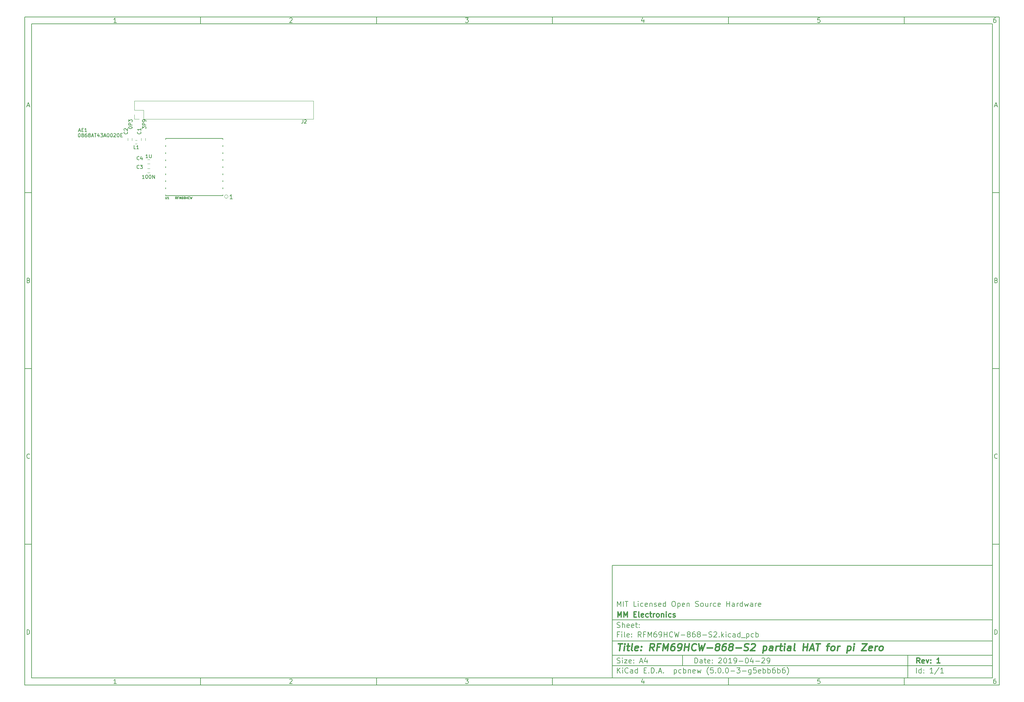
<source format=gbr>
%TF.GenerationSoftware,KiCad,Pcbnew,(5.0.0-3-g5ebb6b6)*%
%TF.CreationDate,2019-04-29T20:19:19+01:00*%
%TF.ProjectId,RFM69HCW-868-S2,52464D36394843572D3836382D53322E,1*%
%TF.SameCoordinates,Original*%
%TF.FileFunction,Legend,Top*%
%TF.FilePolarity,Positive*%
%FSLAX46Y46*%
G04 Gerber Fmt 4.6, Leading zero omitted, Abs format (unit mm)*
G04 Created by KiCad (PCBNEW (5.0.0-3-g5ebb6b6)) date Monday, 29 April 2019 at 20:19:19*
%MOMM*%
%LPD*%
G01*
G04 APERTURE LIST*
%ADD10C,0.100000*%
%ADD11C,0.150000*%
%ADD12C,0.300000*%
%ADD13C,0.400000*%
%ADD14C,0.203200*%
%ADD15C,0.120000*%
%ADD16C,0.127000*%
%ADD17C,0.152400*%
%ADD18R,3.202940X1.402080*%
%ADD19R,1.000000X1.800000*%
%ADD20O,1.700000X1.700000*%
%ADD21R,1.700000X1.700000*%
%ADD22C,6.200000*%
%ADD23R,0.750000X0.800000*%
%ADD24R,0.800000X0.750000*%
%ADD25R,0.400000X0.600000*%
G04 APERTURE END LIST*
D10*
D11*
X177002200Y-166007200D02*
X177002200Y-198007200D01*
X285002200Y-198007200D01*
X285002200Y-166007200D01*
X177002200Y-166007200D01*
D10*
D11*
X10000000Y-10000000D02*
X10000000Y-200007200D01*
X287002200Y-200007200D01*
X287002200Y-10000000D01*
X10000000Y-10000000D01*
D10*
D11*
X12000000Y-12000000D02*
X12000000Y-198007200D01*
X285002200Y-198007200D01*
X285002200Y-12000000D01*
X12000000Y-12000000D01*
D10*
D11*
X60000000Y-12000000D02*
X60000000Y-10000000D01*
D10*
D11*
X110000000Y-12000000D02*
X110000000Y-10000000D01*
D10*
D11*
X160000000Y-12000000D02*
X160000000Y-10000000D01*
D10*
D11*
X210000000Y-12000000D02*
X210000000Y-10000000D01*
D10*
D11*
X260000000Y-12000000D02*
X260000000Y-10000000D01*
D10*
D11*
X36065476Y-11588095D02*
X35322619Y-11588095D01*
X35694047Y-11588095D02*
X35694047Y-10288095D01*
X35570238Y-10473809D01*
X35446428Y-10597619D01*
X35322619Y-10659523D01*
D10*
D11*
X85322619Y-10411904D02*
X85384523Y-10350000D01*
X85508333Y-10288095D01*
X85817857Y-10288095D01*
X85941666Y-10350000D01*
X86003571Y-10411904D01*
X86065476Y-10535714D01*
X86065476Y-10659523D01*
X86003571Y-10845238D01*
X85260714Y-11588095D01*
X86065476Y-11588095D01*
D10*
D11*
X135260714Y-10288095D02*
X136065476Y-10288095D01*
X135632142Y-10783333D01*
X135817857Y-10783333D01*
X135941666Y-10845238D01*
X136003571Y-10907142D01*
X136065476Y-11030952D01*
X136065476Y-11340476D01*
X136003571Y-11464285D01*
X135941666Y-11526190D01*
X135817857Y-11588095D01*
X135446428Y-11588095D01*
X135322619Y-11526190D01*
X135260714Y-11464285D01*
D10*
D11*
X185941666Y-10721428D02*
X185941666Y-11588095D01*
X185632142Y-10226190D02*
X185322619Y-11154761D01*
X186127380Y-11154761D01*
D10*
D11*
X236003571Y-10288095D02*
X235384523Y-10288095D01*
X235322619Y-10907142D01*
X235384523Y-10845238D01*
X235508333Y-10783333D01*
X235817857Y-10783333D01*
X235941666Y-10845238D01*
X236003571Y-10907142D01*
X236065476Y-11030952D01*
X236065476Y-11340476D01*
X236003571Y-11464285D01*
X235941666Y-11526190D01*
X235817857Y-11588095D01*
X235508333Y-11588095D01*
X235384523Y-11526190D01*
X235322619Y-11464285D01*
D10*
D11*
X285941666Y-10288095D02*
X285694047Y-10288095D01*
X285570238Y-10350000D01*
X285508333Y-10411904D01*
X285384523Y-10597619D01*
X285322619Y-10845238D01*
X285322619Y-11340476D01*
X285384523Y-11464285D01*
X285446428Y-11526190D01*
X285570238Y-11588095D01*
X285817857Y-11588095D01*
X285941666Y-11526190D01*
X286003571Y-11464285D01*
X286065476Y-11340476D01*
X286065476Y-11030952D01*
X286003571Y-10907142D01*
X285941666Y-10845238D01*
X285817857Y-10783333D01*
X285570238Y-10783333D01*
X285446428Y-10845238D01*
X285384523Y-10907142D01*
X285322619Y-11030952D01*
D10*
D11*
X60000000Y-198007200D02*
X60000000Y-200007200D01*
D10*
D11*
X110000000Y-198007200D02*
X110000000Y-200007200D01*
D10*
D11*
X160000000Y-198007200D02*
X160000000Y-200007200D01*
D10*
D11*
X210000000Y-198007200D02*
X210000000Y-200007200D01*
D10*
D11*
X260000000Y-198007200D02*
X260000000Y-200007200D01*
D10*
D11*
X36065476Y-199595295D02*
X35322619Y-199595295D01*
X35694047Y-199595295D02*
X35694047Y-198295295D01*
X35570238Y-198481009D01*
X35446428Y-198604819D01*
X35322619Y-198666723D01*
D10*
D11*
X85322619Y-198419104D02*
X85384523Y-198357200D01*
X85508333Y-198295295D01*
X85817857Y-198295295D01*
X85941666Y-198357200D01*
X86003571Y-198419104D01*
X86065476Y-198542914D01*
X86065476Y-198666723D01*
X86003571Y-198852438D01*
X85260714Y-199595295D01*
X86065476Y-199595295D01*
D10*
D11*
X135260714Y-198295295D02*
X136065476Y-198295295D01*
X135632142Y-198790533D01*
X135817857Y-198790533D01*
X135941666Y-198852438D01*
X136003571Y-198914342D01*
X136065476Y-199038152D01*
X136065476Y-199347676D01*
X136003571Y-199471485D01*
X135941666Y-199533390D01*
X135817857Y-199595295D01*
X135446428Y-199595295D01*
X135322619Y-199533390D01*
X135260714Y-199471485D01*
D10*
D11*
X185941666Y-198728628D02*
X185941666Y-199595295D01*
X185632142Y-198233390D02*
X185322619Y-199161961D01*
X186127380Y-199161961D01*
D10*
D11*
X236003571Y-198295295D02*
X235384523Y-198295295D01*
X235322619Y-198914342D01*
X235384523Y-198852438D01*
X235508333Y-198790533D01*
X235817857Y-198790533D01*
X235941666Y-198852438D01*
X236003571Y-198914342D01*
X236065476Y-199038152D01*
X236065476Y-199347676D01*
X236003571Y-199471485D01*
X235941666Y-199533390D01*
X235817857Y-199595295D01*
X235508333Y-199595295D01*
X235384523Y-199533390D01*
X235322619Y-199471485D01*
D10*
D11*
X285941666Y-198295295D02*
X285694047Y-198295295D01*
X285570238Y-198357200D01*
X285508333Y-198419104D01*
X285384523Y-198604819D01*
X285322619Y-198852438D01*
X285322619Y-199347676D01*
X285384523Y-199471485D01*
X285446428Y-199533390D01*
X285570238Y-199595295D01*
X285817857Y-199595295D01*
X285941666Y-199533390D01*
X286003571Y-199471485D01*
X286065476Y-199347676D01*
X286065476Y-199038152D01*
X286003571Y-198914342D01*
X285941666Y-198852438D01*
X285817857Y-198790533D01*
X285570238Y-198790533D01*
X285446428Y-198852438D01*
X285384523Y-198914342D01*
X285322619Y-199038152D01*
D10*
D11*
X10000000Y-60000000D02*
X12000000Y-60000000D01*
D10*
D11*
X10000000Y-110000000D02*
X12000000Y-110000000D01*
D10*
D11*
X10000000Y-160000000D02*
X12000000Y-160000000D01*
D10*
D11*
X10690476Y-35216666D02*
X11309523Y-35216666D01*
X10566666Y-35588095D02*
X11000000Y-34288095D01*
X11433333Y-35588095D01*
D10*
D11*
X11092857Y-84907142D02*
X11278571Y-84969047D01*
X11340476Y-85030952D01*
X11402380Y-85154761D01*
X11402380Y-85340476D01*
X11340476Y-85464285D01*
X11278571Y-85526190D01*
X11154761Y-85588095D01*
X10659523Y-85588095D01*
X10659523Y-84288095D01*
X11092857Y-84288095D01*
X11216666Y-84350000D01*
X11278571Y-84411904D01*
X11340476Y-84535714D01*
X11340476Y-84659523D01*
X11278571Y-84783333D01*
X11216666Y-84845238D01*
X11092857Y-84907142D01*
X10659523Y-84907142D01*
D10*
D11*
X11402380Y-135464285D02*
X11340476Y-135526190D01*
X11154761Y-135588095D01*
X11030952Y-135588095D01*
X10845238Y-135526190D01*
X10721428Y-135402380D01*
X10659523Y-135278571D01*
X10597619Y-135030952D01*
X10597619Y-134845238D01*
X10659523Y-134597619D01*
X10721428Y-134473809D01*
X10845238Y-134350000D01*
X11030952Y-134288095D01*
X11154761Y-134288095D01*
X11340476Y-134350000D01*
X11402380Y-134411904D01*
D10*
D11*
X10659523Y-185588095D02*
X10659523Y-184288095D01*
X10969047Y-184288095D01*
X11154761Y-184350000D01*
X11278571Y-184473809D01*
X11340476Y-184597619D01*
X11402380Y-184845238D01*
X11402380Y-185030952D01*
X11340476Y-185278571D01*
X11278571Y-185402380D01*
X11154761Y-185526190D01*
X10969047Y-185588095D01*
X10659523Y-185588095D01*
D10*
D11*
X287002200Y-60000000D02*
X285002200Y-60000000D01*
D10*
D11*
X287002200Y-110000000D02*
X285002200Y-110000000D01*
D10*
D11*
X287002200Y-160000000D02*
X285002200Y-160000000D01*
D10*
D11*
X285692676Y-35216666D02*
X286311723Y-35216666D01*
X285568866Y-35588095D02*
X286002200Y-34288095D01*
X286435533Y-35588095D01*
D10*
D11*
X286095057Y-84907142D02*
X286280771Y-84969047D01*
X286342676Y-85030952D01*
X286404580Y-85154761D01*
X286404580Y-85340476D01*
X286342676Y-85464285D01*
X286280771Y-85526190D01*
X286156961Y-85588095D01*
X285661723Y-85588095D01*
X285661723Y-84288095D01*
X286095057Y-84288095D01*
X286218866Y-84350000D01*
X286280771Y-84411904D01*
X286342676Y-84535714D01*
X286342676Y-84659523D01*
X286280771Y-84783333D01*
X286218866Y-84845238D01*
X286095057Y-84907142D01*
X285661723Y-84907142D01*
D10*
D11*
X286404580Y-135464285D02*
X286342676Y-135526190D01*
X286156961Y-135588095D01*
X286033152Y-135588095D01*
X285847438Y-135526190D01*
X285723628Y-135402380D01*
X285661723Y-135278571D01*
X285599819Y-135030952D01*
X285599819Y-134845238D01*
X285661723Y-134597619D01*
X285723628Y-134473809D01*
X285847438Y-134350000D01*
X286033152Y-134288095D01*
X286156961Y-134288095D01*
X286342676Y-134350000D01*
X286404580Y-134411904D01*
D10*
D11*
X285661723Y-185588095D02*
X285661723Y-184288095D01*
X285971247Y-184288095D01*
X286156961Y-184350000D01*
X286280771Y-184473809D01*
X286342676Y-184597619D01*
X286404580Y-184845238D01*
X286404580Y-185030952D01*
X286342676Y-185278571D01*
X286280771Y-185402380D01*
X286156961Y-185526190D01*
X285971247Y-185588095D01*
X285661723Y-185588095D01*
D10*
D11*
X200434342Y-193785771D02*
X200434342Y-192285771D01*
X200791485Y-192285771D01*
X201005771Y-192357200D01*
X201148628Y-192500057D01*
X201220057Y-192642914D01*
X201291485Y-192928628D01*
X201291485Y-193142914D01*
X201220057Y-193428628D01*
X201148628Y-193571485D01*
X201005771Y-193714342D01*
X200791485Y-193785771D01*
X200434342Y-193785771D01*
X202577200Y-193785771D02*
X202577200Y-193000057D01*
X202505771Y-192857200D01*
X202362914Y-192785771D01*
X202077200Y-192785771D01*
X201934342Y-192857200D01*
X202577200Y-193714342D02*
X202434342Y-193785771D01*
X202077200Y-193785771D01*
X201934342Y-193714342D01*
X201862914Y-193571485D01*
X201862914Y-193428628D01*
X201934342Y-193285771D01*
X202077200Y-193214342D01*
X202434342Y-193214342D01*
X202577200Y-193142914D01*
X203077200Y-192785771D02*
X203648628Y-192785771D01*
X203291485Y-192285771D02*
X203291485Y-193571485D01*
X203362914Y-193714342D01*
X203505771Y-193785771D01*
X203648628Y-193785771D01*
X204720057Y-193714342D02*
X204577200Y-193785771D01*
X204291485Y-193785771D01*
X204148628Y-193714342D01*
X204077200Y-193571485D01*
X204077200Y-193000057D01*
X204148628Y-192857200D01*
X204291485Y-192785771D01*
X204577200Y-192785771D01*
X204720057Y-192857200D01*
X204791485Y-193000057D01*
X204791485Y-193142914D01*
X204077200Y-193285771D01*
X205434342Y-193642914D02*
X205505771Y-193714342D01*
X205434342Y-193785771D01*
X205362914Y-193714342D01*
X205434342Y-193642914D01*
X205434342Y-193785771D01*
X205434342Y-192857200D02*
X205505771Y-192928628D01*
X205434342Y-193000057D01*
X205362914Y-192928628D01*
X205434342Y-192857200D01*
X205434342Y-193000057D01*
X207220057Y-192428628D02*
X207291485Y-192357200D01*
X207434342Y-192285771D01*
X207791485Y-192285771D01*
X207934342Y-192357200D01*
X208005771Y-192428628D01*
X208077200Y-192571485D01*
X208077200Y-192714342D01*
X208005771Y-192928628D01*
X207148628Y-193785771D01*
X208077200Y-193785771D01*
X209005771Y-192285771D02*
X209148628Y-192285771D01*
X209291485Y-192357200D01*
X209362914Y-192428628D01*
X209434342Y-192571485D01*
X209505771Y-192857200D01*
X209505771Y-193214342D01*
X209434342Y-193500057D01*
X209362914Y-193642914D01*
X209291485Y-193714342D01*
X209148628Y-193785771D01*
X209005771Y-193785771D01*
X208862914Y-193714342D01*
X208791485Y-193642914D01*
X208720057Y-193500057D01*
X208648628Y-193214342D01*
X208648628Y-192857200D01*
X208720057Y-192571485D01*
X208791485Y-192428628D01*
X208862914Y-192357200D01*
X209005771Y-192285771D01*
X210934342Y-193785771D02*
X210077200Y-193785771D01*
X210505771Y-193785771D02*
X210505771Y-192285771D01*
X210362914Y-192500057D01*
X210220057Y-192642914D01*
X210077200Y-192714342D01*
X211648628Y-193785771D02*
X211934342Y-193785771D01*
X212077200Y-193714342D01*
X212148628Y-193642914D01*
X212291485Y-193428628D01*
X212362914Y-193142914D01*
X212362914Y-192571485D01*
X212291485Y-192428628D01*
X212220057Y-192357200D01*
X212077200Y-192285771D01*
X211791485Y-192285771D01*
X211648628Y-192357200D01*
X211577200Y-192428628D01*
X211505771Y-192571485D01*
X211505771Y-192928628D01*
X211577200Y-193071485D01*
X211648628Y-193142914D01*
X211791485Y-193214342D01*
X212077200Y-193214342D01*
X212220057Y-193142914D01*
X212291485Y-193071485D01*
X212362914Y-192928628D01*
X213005771Y-193214342D02*
X214148628Y-193214342D01*
X215148628Y-192285771D02*
X215291485Y-192285771D01*
X215434342Y-192357200D01*
X215505771Y-192428628D01*
X215577200Y-192571485D01*
X215648628Y-192857200D01*
X215648628Y-193214342D01*
X215577200Y-193500057D01*
X215505771Y-193642914D01*
X215434342Y-193714342D01*
X215291485Y-193785771D01*
X215148628Y-193785771D01*
X215005771Y-193714342D01*
X214934342Y-193642914D01*
X214862914Y-193500057D01*
X214791485Y-193214342D01*
X214791485Y-192857200D01*
X214862914Y-192571485D01*
X214934342Y-192428628D01*
X215005771Y-192357200D01*
X215148628Y-192285771D01*
X216934342Y-192785771D02*
X216934342Y-193785771D01*
X216577200Y-192214342D02*
X216220057Y-193285771D01*
X217148628Y-193285771D01*
X217720057Y-193214342D02*
X218862914Y-193214342D01*
X219505771Y-192428628D02*
X219577200Y-192357200D01*
X219720057Y-192285771D01*
X220077200Y-192285771D01*
X220220057Y-192357200D01*
X220291485Y-192428628D01*
X220362914Y-192571485D01*
X220362914Y-192714342D01*
X220291485Y-192928628D01*
X219434342Y-193785771D01*
X220362914Y-193785771D01*
X221077200Y-193785771D02*
X221362914Y-193785771D01*
X221505771Y-193714342D01*
X221577200Y-193642914D01*
X221720057Y-193428628D01*
X221791485Y-193142914D01*
X221791485Y-192571485D01*
X221720057Y-192428628D01*
X221648628Y-192357200D01*
X221505771Y-192285771D01*
X221220057Y-192285771D01*
X221077200Y-192357200D01*
X221005771Y-192428628D01*
X220934342Y-192571485D01*
X220934342Y-192928628D01*
X221005771Y-193071485D01*
X221077200Y-193142914D01*
X221220057Y-193214342D01*
X221505771Y-193214342D01*
X221648628Y-193142914D01*
X221720057Y-193071485D01*
X221791485Y-192928628D01*
D10*
D11*
X177002200Y-194507200D02*
X285002200Y-194507200D01*
D10*
D11*
X178434342Y-196585771D02*
X178434342Y-195085771D01*
X179291485Y-196585771D02*
X178648628Y-195728628D01*
X179291485Y-195085771D02*
X178434342Y-195942914D01*
X179934342Y-196585771D02*
X179934342Y-195585771D01*
X179934342Y-195085771D02*
X179862914Y-195157200D01*
X179934342Y-195228628D01*
X180005771Y-195157200D01*
X179934342Y-195085771D01*
X179934342Y-195228628D01*
X181505771Y-196442914D02*
X181434342Y-196514342D01*
X181220057Y-196585771D01*
X181077200Y-196585771D01*
X180862914Y-196514342D01*
X180720057Y-196371485D01*
X180648628Y-196228628D01*
X180577200Y-195942914D01*
X180577200Y-195728628D01*
X180648628Y-195442914D01*
X180720057Y-195300057D01*
X180862914Y-195157200D01*
X181077200Y-195085771D01*
X181220057Y-195085771D01*
X181434342Y-195157200D01*
X181505771Y-195228628D01*
X182791485Y-196585771D02*
X182791485Y-195800057D01*
X182720057Y-195657200D01*
X182577200Y-195585771D01*
X182291485Y-195585771D01*
X182148628Y-195657200D01*
X182791485Y-196514342D02*
X182648628Y-196585771D01*
X182291485Y-196585771D01*
X182148628Y-196514342D01*
X182077200Y-196371485D01*
X182077200Y-196228628D01*
X182148628Y-196085771D01*
X182291485Y-196014342D01*
X182648628Y-196014342D01*
X182791485Y-195942914D01*
X184148628Y-196585771D02*
X184148628Y-195085771D01*
X184148628Y-196514342D02*
X184005771Y-196585771D01*
X183720057Y-196585771D01*
X183577200Y-196514342D01*
X183505771Y-196442914D01*
X183434342Y-196300057D01*
X183434342Y-195871485D01*
X183505771Y-195728628D01*
X183577200Y-195657200D01*
X183720057Y-195585771D01*
X184005771Y-195585771D01*
X184148628Y-195657200D01*
X186005771Y-195800057D02*
X186505771Y-195800057D01*
X186720057Y-196585771D02*
X186005771Y-196585771D01*
X186005771Y-195085771D01*
X186720057Y-195085771D01*
X187362914Y-196442914D02*
X187434342Y-196514342D01*
X187362914Y-196585771D01*
X187291485Y-196514342D01*
X187362914Y-196442914D01*
X187362914Y-196585771D01*
X188077200Y-196585771D02*
X188077200Y-195085771D01*
X188434342Y-195085771D01*
X188648628Y-195157200D01*
X188791485Y-195300057D01*
X188862914Y-195442914D01*
X188934342Y-195728628D01*
X188934342Y-195942914D01*
X188862914Y-196228628D01*
X188791485Y-196371485D01*
X188648628Y-196514342D01*
X188434342Y-196585771D01*
X188077200Y-196585771D01*
X189577200Y-196442914D02*
X189648628Y-196514342D01*
X189577200Y-196585771D01*
X189505771Y-196514342D01*
X189577200Y-196442914D01*
X189577200Y-196585771D01*
X190220057Y-196157200D02*
X190934342Y-196157200D01*
X190077200Y-196585771D02*
X190577200Y-195085771D01*
X191077200Y-196585771D01*
X191577200Y-196442914D02*
X191648628Y-196514342D01*
X191577200Y-196585771D01*
X191505771Y-196514342D01*
X191577200Y-196442914D01*
X191577200Y-196585771D01*
X194577200Y-195585771D02*
X194577200Y-197085771D01*
X194577200Y-195657200D02*
X194720057Y-195585771D01*
X195005771Y-195585771D01*
X195148628Y-195657200D01*
X195220057Y-195728628D01*
X195291485Y-195871485D01*
X195291485Y-196300057D01*
X195220057Y-196442914D01*
X195148628Y-196514342D01*
X195005771Y-196585771D01*
X194720057Y-196585771D01*
X194577200Y-196514342D01*
X196577200Y-196514342D02*
X196434342Y-196585771D01*
X196148628Y-196585771D01*
X196005771Y-196514342D01*
X195934342Y-196442914D01*
X195862914Y-196300057D01*
X195862914Y-195871485D01*
X195934342Y-195728628D01*
X196005771Y-195657200D01*
X196148628Y-195585771D01*
X196434342Y-195585771D01*
X196577200Y-195657200D01*
X197220057Y-196585771D02*
X197220057Y-195085771D01*
X197220057Y-195657200D02*
X197362914Y-195585771D01*
X197648628Y-195585771D01*
X197791485Y-195657200D01*
X197862914Y-195728628D01*
X197934342Y-195871485D01*
X197934342Y-196300057D01*
X197862914Y-196442914D01*
X197791485Y-196514342D01*
X197648628Y-196585771D01*
X197362914Y-196585771D01*
X197220057Y-196514342D01*
X198577200Y-195585771D02*
X198577200Y-196585771D01*
X198577200Y-195728628D02*
X198648628Y-195657200D01*
X198791485Y-195585771D01*
X199005771Y-195585771D01*
X199148628Y-195657200D01*
X199220057Y-195800057D01*
X199220057Y-196585771D01*
X200505771Y-196514342D02*
X200362914Y-196585771D01*
X200077200Y-196585771D01*
X199934342Y-196514342D01*
X199862914Y-196371485D01*
X199862914Y-195800057D01*
X199934342Y-195657200D01*
X200077200Y-195585771D01*
X200362914Y-195585771D01*
X200505771Y-195657200D01*
X200577200Y-195800057D01*
X200577200Y-195942914D01*
X199862914Y-196085771D01*
X201077200Y-195585771D02*
X201362914Y-196585771D01*
X201648628Y-195871485D01*
X201934342Y-196585771D01*
X202220057Y-195585771D01*
X204362914Y-197157200D02*
X204291485Y-197085771D01*
X204148628Y-196871485D01*
X204077200Y-196728628D01*
X204005771Y-196514342D01*
X203934342Y-196157200D01*
X203934342Y-195871485D01*
X204005771Y-195514342D01*
X204077200Y-195300057D01*
X204148628Y-195157200D01*
X204291485Y-194942914D01*
X204362914Y-194871485D01*
X205648628Y-195085771D02*
X204934342Y-195085771D01*
X204862914Y-195800057D01*
X204934342Y-195728628D01*
X205077200Y-195657200D01*
X205434342Y-195657200D01*
X205577200Y-195728628D01*
X205648628Y-195800057D01*
X205720057Y-195942914D01*
X205720057Y-196300057D01*
X205648628Y-196442914D01*
X205577200Y-196514342D01*
X205434342Y-196585771D01*
X205077200Y-196585771D01*
X204934342Y-196514342D01*
X204862914Y-196442914D01*
X206362914Y-196442914D02*
X206434342Y-196514342D01*
X206362914Y-196585771D01*
X206291485Y-196514342D01*
X206362914Y-196442914D01*
X206362914Y-196585771D01*
X207362914Y-195085771D02*
X207505771Y-195085771D01*
X207648628Y-195157200D01*
X207720057Y-195228628D01*
X207791485Y-195371485D01*
X207862914Y-195657200D01*
X207862914Y-196014342D01*
X207791485Y-196300057D01*
X207720057Y-196442914D01*
X207648628Y-196514342D01*
X207505771Y-196585771D01*
X207362914Y-196585771D01*
X207220057Y-196514342D01*
X207148628Y-196442914D01*
X207077200Y-196300057D01*
X207005771Y-196014342D01*
X207005771Y-195657200D01*
X207077200Y-195371485D01*
X207148628Y-195228628D01*
X207220057Y-195157200D01*
X207362914Y-195085771D01*
X208505771Y-196442914D02*
X208577200Y-196514342D01*
X208505771Y-196585771D01*
X208434342Y-196514342D01*
X208505771Y-196442914D01*
X208505771Y-196585771D01*
X209505771Y-195085771D02*
X209648628Y-195085771D01*
X209791485Y-195157200D01*
X209862914Y-195228628D01*
X209934342Y-195371485D01*
X210005771Y-195657200D01*
X210005771Y-196014342D01*
X209934342Y-196300057D01*
X209862914Y-196442914D01*
X209791485Y-196514342D01*
X209648628Y-196585771D01*
X209505771Y-196585771D01*
X209362914Y-196514342D01*
X209291485Y-196442914D01*
X209220057Y-196300057D01*
X209148628Y-196014342D01*
X209148628Y-195657200D01*
X209220057Y-195371485D01*
X209291485Y-195228628D01*
X209362914Y-195157200D01*
X209505771Y-195085771D01*
X210648628Y-196014342D02*
X211791485Y-196014342D01*
X212362914Y-195085771D02*
X213291485Y-195085771D01*
X212791485Y-195657200D01*
X213005771Y-195657200D01*
X213148628Y-195728628D01*
X213220057Y-195800057D01*
X213291485Y-195942914D01*
X213291485Y-196300057D01*
X213220057Y-196442914D01*
X213148628Y-196514342D01*
X213005771Y-196585771D01*
X212577200Y-196585771D01*
X212434342Y-196514342D01*
X212362914Y-196442914D01*
X213934342Y-196014342D02*
X215077200Y-196014342D01*
X216434342Y-195585771D02*
X216434342Y-196800057D01*
X216362914Y-196942914D01*
X216291485Y-197014342D01*
X216148628Y-197085771D01*
X215934342Y-197085771D01*
X215791485Y-197014342D01*
X216434342Y-196514342D02*
X216291485Y-196585771D01*
X216005771Y-196585771D01*
X215862914Y-196514342D01*
X215791485Y-196442914D01*
X215720057Y-196300057D01*
X215720057Y-195871485D01*
X215791485Y-195728628D01*
X215862914Y-195657200D01*
X216005771Y-195585771D01*
X216291485Y-195585771D01*
X216434342Y-195657200D01*
X217862914Y-195085771D02*
X217148628Y-195085771D01*
X217077200Y-195800057D01*
X217148628Y-195728628D01*
X217291485Y-195657200D01*
X217648628Y-195657200D01*
X217791485Y-195728628D01*
X217862914Y-195800057D01*
X217934342Y-195942914D01*
X217934342Y-196300057D01*
X217862914Y-196442914D01*
X217791485Y-196514342D01*
X217648628Y-196585771D01*
X217291485Y-196585771D01*
X217148628Y-196514342D01*
X217077200Y-196442914D01*
X219148628Y-196514342D02*
X219005771Y-196585771D01*
X218720057Y-196585771D01*
X218577200Y-196514342D01*
X218505771Y-196371485D01*
X218505771Y-195800057D01*
X218577200Y-195657200D01*
X218720057Y-195585771D01*
X219005771Y-195585771D01*
X219148628Y-195657200D01*
X219220057Y-195800057D01*
X219220057Y-195942914D01*
X218505771Y-196085771D01*
X219862914Y-196585771D02*
X219862914Y-195085771D01*
X219862914Y-195657200D02*
X220005771Y-195585771D01*
X220291485Y-195585771D01*
X220434342Y-195657200D01*
X220505771Y-195728628D01*
X220577200Y-195871485D01*
X220577200Y-196300057D01*
X220505771Y-196442914D01*
X220434342Y-196514342D01*
X220291485Y-196585771D01*
X220005771Y-196585771D01*
X219862914Y-196514342D01*
X221220057Y-196585771D02*
X221220057Y-195085771D01*
X221220057Y-195657200D02*
X221362914Y-195585771D01*
X221648628Y-195585771D01*
X221791485Y-195657200D01*
X221862914Y-195728628D01*
X221934342Y-195871485D01*
X221934342Y-196300057D01*
X221862914Y-196442914D01*
X221791485Y-196514342D01*
X221648628Y-196585771D01*
X221362914Y-196585771D01*
X221220057Y-196514342D01*
X223220057Y-195085771D02*
X222934342Y-195085771D01*
X222791485Y-195157200D01*
X222720057Y-195228628D01*
X222577200Y-195442914D01*
X222505771Y-195728628D01*
X222505771Y-196300057D01*
X222577200Y-196442914D01*
X222648628Y-196514342D01*
X222791485Y-196585771D01*
X223077200Y-196585771D01*
X223220057Y-196514342D01*
X223291485Y-196442914D01*
X223362914Y-196300057D01*
X223362914Y-195942914D01*
X223291485Y-195800057D01*
X223220057Y-195728628D01*
X223077200Y-195657200D01*
X222791485Y-195657200D01*
X222648628Y-195728628D01*
X222577200Y-195800057D01*
X222505771Y-195942914D01*
X224005771Y-196585771D02*
X224005771Y-195085771D01*
X224005771Y-195657200D02*
X224148628Y-195585771D01*
X224434342Y-195585771D01*
X224577200Y-195657200D01*
X224648628Y-195728628D01*
X224720057Y-195871485D01*
X224720057Y-196300057D01*
X224648628Y-196442914D01*
X224577200Y-196514342D01*
X224434342Y-196585771D01*
X224148628Y-196585771D01*
X224005771Y-196514342D01*
X226005771Y-195085771D02*
X225720057Y-195085771D01*
X225577200Y-195157200D01*
X225505771Y-195228628D01*
X225362914Y-195442914D01*
X225291485Y-195728628D01*
X225291485Y-196300057D01*
X225362914Y-196442914D01*
X225434342Y-196514342D01*
X225577200Y-196585771D01*
X225862914Y-196585771D01*
X226005771Y-196514342D01*
X226077200Y-196442914D01*
X226148628Y-196300057D01*
X226148628Y-195942914D01*
X226077200Y-195800057D01*
X226005771Y-195728628D01*
X225862914Y-195657200D01*
X225577200Y-195657200D01*
X225434342Y-195728628D01*
X225362914Y-195800057D01*
X225291485Y-195942914D01*
X226648628Y-197157200D02*
X226720057Y-197085771D01*
X226862914Y-196871485D01*
X226934342Y-196728628D01*
X227005771Y-196514342D01*
X227077200Y-196157200D01*
X227077200Y-195871485D01*
X227005771Y-195514342D01*
X226934342Y-195300057D01*
X226862914Y-195157200D01*
X226720057Y-194942914D01*
X226648628Y-194871485D01*
D10*
D11*
X177002200Y-191507200D02*
X285002200Y-191507200D01*
D10*
D12*
X264411485Y-193785771D02*
X263911485Y-193071485D01*
X263554342Y-193785771D02*
X263554342Y-192285771D01*
X264125771Y-192285771D01*
X264268628Y-192357200D01*
X264340057Y-192428628D01*
X264411485Y-192571485D01*
X264411485Y-192785771D01*
X264340057Y-192928628D01*
X264268628Y-193000057D01*
X264125771Y-193071485D01*
X263554342Y-193071485D01*
X265625771Y-193714342D02*
X265482914Y-193785771D01*
X265197200Y-193785771D01*
X265054342Y-193714342D01*
X264982914Y-193571485D01*
X264982914Y-193000057D01*
X265054342Y-192857200D01*
X265197200Y-192785771D01*
X265482914Y-192785771D01*
X265625771Y-192857200D01*
X265697200Y-193000057D01*
X265697200Y-193142914D01*
X264982914Y-193285771D01*
X266197200Y-192785771D02*
X266554342Y-193785771D01*
X266911485Y-192785771D01*
X267482914Y-193642914D02*
X267554342Y-193714342D01*
X267482914Y-193785771D01*
X267411485Y-193714342D01*
X267482914Y-193642914D01*
X267482914Y-193785771D01*
X267482914Y-192857200D02*
X267554342Y-192928628D01*
X267482914Y-193000057D01*
X267411485Y-192928628D01*
X267482914Y-192857200D01*
X267482914Y-193000057D01*
X270125771Y-193785771D02*
X269268628Y-193785771D01*
X269697200Y-193785771D02*
X269697200Y-192285771D01*
X269554342Y-192500057D01*
X269411485Y-192642914D01*
X269268628Y-192714342D01*
D10*
D11*
X178362914Y-193714342D02*
X178577200Y-193785771D01*
X178934342Y-193785771D01*
X179077200Y-193714342D01*
X179148628Y-193642914D01*
X179220057Y-193500057D01*
X179220057Y-193357200D01*
X179148628Y-193214342D01*
X179077200Y-193142914D01*
X178934342Y-193071485D01*
X178648628Y-193000057D01*
X178505771Y-192928628D01*
X178434342Y-192857200D01*
X178362914Y-192714342D01*
X178362914Y-192571485D01*
X178434342Y-192428628D01*
X178505771Y-192357200D01*
X178648628Y-192285771D01*
X179005771Y-192285771D01*
X179220057Y-192357200D01*
X179862914Y-193785771D02*
X179862914Y-192785771D01*
X179862914Y-192285771D02*
X179791485Y-192357200D01*
X179862914Y-192428628D01*
X179934342Y-192357200D01*
X179862914Y-192285771D01*
X179862914Y-192428628D01*
X180434342Y-192785771D02*
X181220057Y-192785771D01*
X180434342Y-193785771D01*
X181220057Y-193785771D01*
X182362914Y-193714342D02*
X182220057Y-193785771D01*
X181934342Y-193785771D01*
X181791485Y-193714342D01*
X181720057Y-193571485D01*
X181720057Y-193000057D01*
X181791485Y-192857200D01*
X181934342Y-192785771D01*
X182220057Y-192785771D01*
X182362914Y-192857200D01*
X182434342Y-193000057D01*
X182434342Y-193142914D01*
X181720057Y-193285771D01*
X183077200Y-193642914D02*
X183148628Y-193714342D01*
X183077200Y-193785771D01*
X183005771Y-193714342D01*
X183077200Y-193642914D01*
X183077200Y-193785771D01*
X183077200Y-192857200D02*
X183148628Y-192928628D01*
X183077200Y-193000057D01*
X183005771Y-192928628D01*
X183077200Y-192857200D01*
X183077200Y-193000057D01*
X184862914Y-193357200D02*
X185577200Y-193357200D01*
X184720057Y-193785771D02*
X185220057Y-192285771D01*
X185720057Y-193785771D01*
X186862914Y-192785771D02*
X186862914Y-193785771D01*
X186505771Y-192214342D02*
X186148628Y-193285771D01*
X187077200Y-193285771D01*
D10*
D11*
X263434342Y-196585771D02*
X263434342Y-195085771D01*
X264791485Y-196585771D02*
X264791485Y-195085771D01*
X264791485Y-196514342D02*
X264648628Y-196585771D01*
X264362914Y-196585771D01*
X264220057Y-196514342D01*
X264148628Y-196442914D01*
X264077200Y-196300057D01*
X264077200Y-195871485D01*
X264148628Y-195728628D01*
X264220057Y-195657200D01*
X264362914Y-195585771D01*
X264648628Y-195585771D01*
X264791485Y-195657200D01*
X265505771Y-196442914D02*
X265577200Y-196514342D01*
X265505771Y-196585771D01*
X265434342Y-196514342D01*
X265505771Y-196442914D01*
X265505771Y-196585771D01*
X265505771Y-195657200D02*
X265577200Y-195728628D01*
X265505771Y-195800057D01*
X265434342Y-195728628D01*
X265505771Y-195657200D01*
X265505771Y-195800057D01*
X268148628Y-196585771D02*
X267291485Y-196585771D01*
X267720057Y-196585771D02*
X267720057Y-195085771D01*
X267577200Y-195300057D01*
X267434342Y-195442914D01*
X267291485Y-195514342D01*
X269862914Y-195014342D02*
X268577200Y-196942914D01*
X271148628Y-196585771D02*
X270291485Y-196585771D01*
X270720057Y-196585771D02*
X270720057Y-195085771D01*
X270577200Y-195300057D01*
X270434342Y-195442914D01*
X270291485Y-195514342D01*
D10*
D11*
X177002200Y-187507200D02*
X285002200Y-187507200D01*
D10*
D13*
X178714580Y-188211961D02*
X179857438Y-188211961D01*
X179036009Y-190211961D02*
X179286009Y-188211961D01*
X180274104Y-190211961D02*
X180440771Y-188878628D01*
X180524104Y-188211961D02*
X180416961Y-188307200D01*
X180500295Y-188402438D01*
X180607438Y-188307200D01*
X180524104Y-188211961D01*
X180500295Y-188402438D01*
X181107438Y-188878628D02*
X181869342Y-188878628D01*
X181476485Y-188211961D02*
X181262200Y-189926247D01*
X181333628Y-190116723D01*
X181512200Y-190211961D01*
X181702676Y-190211961D01*
X182655057Y-190211961D02*
X182476485Y-190116723D01*
X182405057Y-189926247D01*
X182619342Y-188211961D01*
X184190771Y-190116723D02*
X183988390Y-190211961D01*
X183607438Y-190211961D01*
X183428866Y-190116723D01*
X183357438Y-189926247D01*
X183452676Y-189164342D01*
X183571723Y-188973866D01*
X183774104Y-188878628D01*
X184155057Y-188878628D01*
X184333628Y-188973866D01*
X184405057Y-189164342D01*
X184381247Y-189354819D01*
X183405057Y-189545295D01*
X185155057Y-190021485D02*
X185238390Y-190116723D01*
X185131247Y-190211961D01*
X185047914Y-190116723D01*
X185155057Y-190021485D01*
X185131247Y-190211961D01*
X185286009Y-188973866D02*
X185369342Y-189069104D01*
X185262200Y-189164342D01*
X185178866Y-189069104D01*
X185286009Y-188973866D01*
X185262200Y-189164342D01*
X188750295Y-190211961D02*
X188202676Y-189259580D01*
X187607438Y-190211961D02*
X187857438Y-188211961D01*
X188619342Y-188211961D01*
X188797914Y-188307200D01*
X188881247Y-188402438D01*
X188952676Y-188592914D01*
X188916961Y-188878628D01*
X188797914Y-189069104D01*
X188690771Y-189164342D01*
X188488390Y-189259580D01*
X187726485Y-189259580D01*
X190405057Y-189164342D02*
X189738390Y-189164342D01*
X189607438Y-190211961D02*
X189857438Y-188211961D01*
X190809819Y-188211961D01*
X191321723Y-190211961D02*
X191571723Y-188211961D01*
X192059819Y-189640533D01*
X192905057Y-188211961D01*
X192655057Y-190211961D01*
X194714580Y-188211961D02*
X194333628Y-188211961D01*
X194131247Y-188307200D01*
X194024104Y-188402438D01*
X193797914Y-188688152D01*
X193655057Y-189069104D01*
X193559819Y-189831009D01*
X193631247Y-190021485D01*
X193714580Y-190116723D01*
X193893152Y-190211961D01*
X194274104Y-190211961D01*
X194476485Y-190116723D01*
X194583628Y-190021485D01*
X194702676Y-189831009D01*
X194762200Y-189354819D01*
X194690771Y-189164342D01*
X194607438Y-189069104D01*
X194428866Y-188973866D01*
X194047914Y-188973866D01*
X193845533Y-189069104D01*
X193738390Y-189164342D01*
X193619342Y-189354819D01*
X195607438Y-190211961D02*
X195988390Y-190211961D01*
X196190771Y-190116723D01*
X196297914Y-190021485D01*
X196524104Y-189735771D01*
X196666961Y-189354819D01*
X196762200Y-188592914D01*
X196690771Y-188402438D01*
X196607438Y-188307200D01*
X196428866Y-188211961D01*
X196047914Y-188211961D01*
X195845533Y-188307200D01*
X195738390Y-188402438D01*
X195619342Y-188592914D01*
X195559819Y-189069104D01*
X195631247Y-189259580D01*
X195714580Y-189354819D01*
X195893152Y-189450057D01*
X196274104Y-189450057D01*
X196476485Y-189354819D01*
X196583628Y-189259580D01*
X196702676Y-189069104D01*
X197416961Y-190211961D02*
X197666961Y-188211961D01*
X197547914Y-189164342D02*
X198690771Y-189164342D01*
X198559819Y-190211961D02*
X198809819Y-188211961D01*
X200678866Y-190021485D02*
X200571723Y-190116723D01*
X200274104Y-190211961D01*
X200083628Y-190211961D01*
X199809819Y-190116723D01*
X199643152Y-189926247D01*
X199571723Y-189735771D01*
X199524104Y-189354819D01*
X199559819Y-189069104D01*
X199702676Y-188688152D01*
X199821723Y-188497676D01*
X200036009Y-188307200D01*
X200333628Y-188211961D01*
X200524104Y-188211961D01*
X200797914Y-188307200D01*
X200881247Y-188402438D01*
X201571723Y-188211961D02*
X201797914Y-190211961D01*
X202357438Y-188783390D01*
X202559819Y-190211961D01*
X203286009Y-188211961D01*
X203893152Y-189450057D02*
X205416961Y-189450057D01*
X206702676Y-189069104D02*
X206524104Y-188973866D01*
X206440771Y-188878628D01*
X206369342Y-188688152D01*
X206381247Y-188592914D01*
X206500295Y-188402438D01*
X206607438Y-188307200D01*
X206809819Y-188211961D01*
X207190771Y-188211961D01*
X207369342Y-188307200D01*
X207452676Y-188402438D01*
X207524104Y-188592914D01*
X207512200Y-188688152D01*
X207393152Y-188878628D01*
X207286009Y-188973866D01*
X207083628Y-189069104D01*
X206702676Y-189069104D01*
X206500295Y-189164342D01*
X206393152Y-189259580D01*
X206274104Y-189450057D01*
X206226485Y-189831009D01*
X206297914Y-190021485D01*
X206381247Y-190116723D01*
X206559819Y-190211961D01*
X206940771Y-190211961D01*
X207143152Y-190116723D01*
X207250295Y-190021485D01*
X207369342Y-189831009D01*
X207416961Y-189450057D01*
X207345533Y-189259580D01*
X207262200Y-189164342D01*
X207083628Y-189069104D01*
X209286009Y-188211961D02*
X208905057Y-188211961D01*
X208702676Y-188307200D01*
X208595533Y-188402438D01*
X208369342Y-188688152D01*
X208226485Y-189069104D01*
X208131247Y-189831009D01*
X208202676Y-190021485D01*
X208286009Y-190116723D01*
X208464580Y-190211961D01*
X208845533Y-190211961D01*
X209047914Y-190116723D01*
X209155057Y-190021485D01*
X209274104Y-189831009D01*
X209333628Y-189354819D01*
X209262200Y-189164342D01*
X209178866Y-189069104D01*
X209000295Y-188973866D01*
X208619342Y-188973866D01*
X208416961Y-189069104D01*
X208309819Y-189164342D01*
X208190771Y-189354819D01*
X210512200Y-189069104D02*
X210333628Y-188973866D01*
X210250295Y-188878628D01*
X210178866Y-188688152D01*
X210190771Y-188592914D01*
X210309819Y-188402438D01*
X210416961Y-188307200D01*
X210619342Y-188211961D01*
X211000295Y-188211961D01*
X211178866Y-188307200D01*
X211262200Y-188402438D01*
X211333628Y-188592914D01*
X211321723Y-188688152D01*
X211202676Y-188878628D01*
X211095533Y-188973866D01*
X210893152Y-189069104D01*
X210512200Y-189069104D01*
X210309819Y-189164342D01*
X210202676Y-189259580D01*
X210083628Y-189450057D01*
X210036009Y-189831009D01*
X210107438Y-190021485D01*
X210190771Y-190116723D01*
X210369342Y-190211961D01*
X210750295Y-190211961D01*
X210952676Y-190116723D01*
X211059819Y-190021485D01*
X211178866Y-189831009D01*
X211226485Y-189450057D01*
X211155057Y-189259580D01*
X211071723Y-189164342D01*
X210893152Y-189069104D01*
X212083628Y-189450057D02*
X213607438Y-189450057D01*
X214381247Y-190116723D02*
X214655057Y-190211961D01*
X215131247Y-190211961D01*
X215333628Y-190116723D01*
X215440771Y-190021485D01*
X215559819Y-189831009D01*
X215583628Y-189640533D01*
X215512200Y-189450057D01*
X215428866Y-189354819D01*
X215250295Y-189259580D01*
X214881247Y-189164342D01*
X214702676Y-189069104D01*
X214619342Y-188973866D01*
X214547914Y-188783390D01*
X214571723Y-188592914D01*
X214690771Y-188402438D01*
X214797914Y-188307200D01*
X215000295Y-188211961D01*
X215476485Y-188211961D01*
X215750295Y-188307200D01*
X216500295Y-188402438D02*
X216607438Y-188307200D01*
X216809819Y-188211961D01*
X217286009Y-188211961D01*
X217464580Y-188307200D01*
X217547914Y-188402438D01*
X217619342Y-188592914D01*
X217595533Y-188783390D01*
X217464580Y-189069104D01*
X216178866Y-190211961D01*
X217416961Y-190211961D01*
X219964580Y-188878628D02*
X219714580Y-190878628D01*
X219952676Y-188973866D02*
X220155057Y-188878628D01*
X220536009Y-188878628D01*
X220714580Y-188973866D01*
X220797914Y-189069104D01*
X220869342Y-189259580D01*
X220797914Y-189831009D01*
X220678866Y-190021485D01*
X220571723Y-190116723D01*
X220369342Y-190211961D01*
X219988390Y-190211961D01*
X219809819Y-190116723D01*
X222464580Y-190211961D02*
X222595533Y-189164342D01*
X222524104Y-188973866D01*
X222345533Y-188878628D01*
X221964580Y-188878628D01*
X221762200Y-188973866D01*
X222476485Y-190116723D02*
X222274104Y-190211961D01*
X221797914Y-190211961D01*
X221619342Y-190116723D01*
X221547914Y-189926247D01*
X221571723Y-189735771D01*
X221690771Y-189545295D01*
X221893152Y-189450057D01*
X222369342Y-189450057D01*
X222571723Y-189354819D01*
X223416961Y-190211961D02*
X223583628Y-188878628D01*
X223536009Y-189259580D02*
X223655057Y-189069104D01*
X223762199Y-188973866D01*
X223964580Y-188878628D01*
X224155057Y-188878628D01*
X224536009Y-188878628D02*
X225297914Y-188878628D01*
X224905057Y-188211961D02*
X224690771Y-189926247D01*
X224762200Y-190116723D01*
X224940771Y-190211961D01*
X225131247Y-190211961D01*
X225797914Y-190211961D02*
X225964580Y-188878628D01*
X226047914Y-188211961D02*
X225940771Y-188307200D01*
X226024104Y-188402438D01*
X226131247Y-188307200D01*
X226047914Y-188211961D01*
X226024104Y-188402438D01*
X227607438Y-190211961D02*
X227738390Y-189164342D01*
X227666961Y-188973866D01*
X227488390Y-188878628D01*
X227107438Y-188878628D01*
X226905057Y-188973866D01*
X227619342Y-190116723D02*
X227416961Y-190211961D01*
X226940771Y-190211961D01*
X226762200Y-190116723D01*
X226690771Y-189926247D01*
X226714580Y-189735771D01*
X226833628Y-189545295D01*
X227036009Y-189450057D01*
X227512200Y-189450057D01*
X227714580Y-189354819D01*
X228845533Y-190211961D02*
X228666961Y-190116723D01*
X228595533Y-189926247D01*
X228809819Y-188211961D01*
X231131247Y-190211961D02*
X231381247Y-188211961D01*
X231262199Y-189164342D02*
X232405057Y-189164342D01*
X232274104Y-190211961D02*
X232524104Y-188211961D01*
X233202676Y-189640533D02*
X234155057Y-189640533D01*
X232940771Y-190211961D02*
X233857438Y-188211961D01*
X234274104Y-190211961D01*
X234905057Y-188211961D02*
X236047914Y-188211961D01*
X235226485Y-190211961D02*
X235476485Y-188211961D01*
X237869342Y-188878628D02*
X238631247Y-188878628D01*
X237988390Y-190211961D02*
X238202676Y-188497676D01*
X238321723Y-188307200D01*
X238524104Y-188211961D01*
X238714580Y-188211961D01*
X239416961Y-190211961D02*
X239238390Y-190116723D01*
X239155057Y-190021485D01*
X239083628Y-189831009D01*
X239155057Y-189259580D01*
X239274104Y-189069104D01*
X239381247Y-188973866D01*
X239583628Y-188878628D01*
X239869342Y-188878628D01*
X240047914Y-188973866D01*
X240131247Y-189069104D01*
X240202676Y-189259580D01*
X240131247Y-189831009D01*
X240012199Y-190021485D01*
X239905057Y-190116723D01*
X239702676Y-190211961D01*
X239416961Y-190211961D01*
X240940771Y-190211961D02*
X241107438Y-188878628D01*
X241059819Y-189259580D02*
X241178866Y-189069104D01*
X241286009Y-188973866D01*
X241488390Y-188878628D01*
X241678866Y-188878628D01*
X243869342Y-188878628D02*
X243619342Y-190878628D01*
X243857438Y-188973866D02*
X244059819Y-188878628D01*
X244440771Y-188878628D01*
X244619342Y-188973866D01*
X244702676Y-189069104D01*
X244774104Y-189259580D01*
X244702676Y-189831009D01*
X244583628Y-190021485D01*
X244476485Y-190116723D01*
X244274104Y-190211961D01*
X243893152Y-190211961D01*
X243714580Y-190116723D01*
X245512199Y-190211961D02*
X245678866Y-188878628D01*
X245762199Y-188211961D02*
X245655057Y-188307200D01*
X245738390Y-188402438D01*
X245845533Y-188307200D01*
X245762199Y-188211961D01*
X245738390Y-188402438D01*
X248047914Y-188211961D02*
X249381247Y-188211961D01*
X247797914Y-190211961D01*
X249131247Y-190211961D01*
X250666961Y-190116723D02*
X250464580Y-190211961D01*
X250083628Y-190211961D01*
X249905057Y-190116723D01*
X249833628Y-189926247D01*
X249928866Y-189164342D01*
X250047914Y-188973866D01*
X250250295Y-188878628D01*
X250631247Y-188878628D01*
X250809819Y-188973866D01*
X250881247Y-189164342D01*
X250857438Y-189354819D01*
X249881247Y-189545295D01*
X251607438Y-190211961D02*
X251774104Y-188878628D01*
X251726485Y-189259580D02*
X251845533Y-189069104D01*
X251952676Y-188973866D01*
X252155057Y-188878628D01*
X252345533Y-188878628D01*
X253131247Y-190211961D02*
X252952676Y-190116723D01*
X252869342Y-190021485D01*
X252797914Y-189831009D01*
X252869342Y-189259580D01*
X252988390Y-189069104D01*
X253095533Y-188973866D01*
X253297914Y-188878628D01*
X253583628Y-188878628D01*
X253762200Y-188973866D01*
X253845533Y-189069104D01*
X253916961Y-189259580D01*
X253845533Y-189831009D01*
X253726485Y-190021485D01*
X253619342Y-190116723D01*
X253416961Y-190211961D01*
X253131247Y-190211961D01*
D10*
D11*
X178934342Y-185600057D02*
X178434342Y-185600057D01*
X178434342Y-186385771D02*
X178434342Y-184885771D01*
X179148628Y-184885771D01*
X179720057Y-186385771D02*
X179720057Y-185385771D01*
X179720057Y-184885771D02*
X179648628Y-184957200D01*
X179720057Y-185028628D01*
X179791485Y-184957200D01*
X179720057Y-184885771D01*
X179720057Y-185028628D01*
X180648628Y-186385771D02*
X180505771Y-186314342D01*
X180434342Y-186171485D01*
X180434342Y-184885771D01*
X181791485Y-186314342D02*
X181648628Y-186385771D01*
X181362914Y-186385771D01*
X181220057Y-186314342D01*
X181148628Y-186171485D01*
X181148628Y-185600057D01*
X181220057Y-185457200D01*
X181362914Y-185385771D01*
X181648628Y-185385771D01*
X181791485Y-185457200D01*
X181862914Y-185600057D01*
X181862914Y-185742914D01*
X181148628Y-185885771D01*
X182505771Y-186242914D02*
X182577200Y-186314342D01*
X182505771Y-186385771D01*
X182434342Y-186314342D01*
X182505771Y-186242914D01*
X182505771Y-186385771D01*
X182505771Y-185457200D02*
X182577200Y-185528628D01*
X182505771Y-185600057D01*
X182434342Y-185528628D01*
X182505771Y-185457200D01*
X182505771Y-185600057D01*
X185220057Y-186385771D02*
X184720057Y-185671485D01*
X184362914Y-186385771D02*
X184362914Y-184885771D01*
X184934342Y-184885771D01*
X185077200Y-184957200D01*
X185148628Y-185028628D01*
X185220057Y-185171485D01*
X185220057Y-185385771D01*
X185148628Y-185528628D01*
X185077200Y-185600057D01*
X184934342Y-185671485D01*
X184362914Y-185671485D01*
X186362914Y-185600057D02*
X185862914Y-185600057D01*
X185862914Y-186385771D02*
X185862914Y-184885771D01*
X186577200Y-184885771D01*
X187148628Y-186385771D02*
X187148628Y-184885771D01*
X187648628Y-185957200D01*
X188148628Y-184885771D01*
X188148628Y-186385771D01*
X189505771Y-184885771D02*
X189220057Y-184885771D01*
X189077200Y-184957200D01*
X189005771Y-185028628D01*
X188862914Y-185242914D01*
X188791485Y-185528628D01*
X188791485Y-186100057D01*
X188862914Y-186242914D01*
X188934342Y-186314342D01*
X189077200Y-186385771D01*
X189362914Y-186385771D01*
X189505771Y-186314342D01*
X189577200Y-186242914D01*
X189648628Y-186100057D01*
X189648628Y-185742914D01*
X189577200Y-185600057D01*
X189505771Y-185528628D01*
X189362914Y-185457200D01*
X189077200Y-185457200D01*
X188934342Y-185528628D01*
X188862914Y-185600057D01*
X188791485Y-185742914D01*
X190362914Y-186385771D02*
X190648628Y-186385771D01*
X190791485Y-186314342D01*
X190862914Y-186242914D01*
X191005771Y-186028628D01*
X191077200Y-185742914D01*
X191077200Y-185171485D01*
X191005771Y-185028628D01*
X190934342Y-184957200D01*
X190791485Y-184885771D01*
X190505771Y-184885771D01*
X190362914Y-184957200D01*
X190291485Y-185028628D01*
X190220057Y-185171485D01*
X190220057Y-185528628D01*
X190291485Y-185671485D01*
X190362914Y-185742914D01*
X190505771Y-185814342D01*
X190791485Y-185814342D01*
X190934342Y-185742914D01*
X191005771Y-185671485D01*
X191077200Y-185528628D01*
X191720057Y-186385771D02*
X191720057Y-184885771D01*
X191720057Y-185600057D02*
X192577200Y-185600057D01*
X192577200Y-186385771D02*
X192577200Y-184885771D01*
X194148628Y-186242914D02*
X194077200Y-186314342D01*
X193862914Y-186385771D01*
X193720057Y-186385771D01*
X193505771Y-186314342D01*
X193362914Y-186171485D01*
X193291485Y-186028628D01*
X193220057Y-185742914D01*
X193220057Y-185528628D01*
X193291485Y-185242914D01*
X193362914Y-185100057D01*
X193505771Y-184957200D01*
X193720057Y-184885771D01*
X193862914Y-184885771D01*
X194077200Y-184957200D01*
X194148628Y-185028628D01*
X194648628Y-184885771D02*
X195005771Y-186385771D01*
X195291485Y-185314342D01*
X195577200Y-186385771D01*
X195934342Y-184885771D01*
X196505771Y-185814342D02*
X197648628Y-185814342D01*
X198577200Y-185528628D02*
X198434342Y-185457200D01*
X198362914Y-185385771D01*
X198291485Y-185242914D01*
X198291485Y-185171485D01*
X198362914Y-185028628D01*
X198434342Y-184957200D01*
X198577200Y-184885771D01*
X198862914Y-184885771D01*
X199005771Y-184957200D01*
X199077200Y-185028628D01*
X199148628Y-185171485D01*
X199148628Y-185242914D01*
X199077200Y-185385771D01*
X199005771Y-185457200D01*
X198862914Y-185528628D01*
X198577200Y-185528628D01*
X198434342Y-185600057D01*
X198362914Y-185671485D01*
X198291485Y-185814342D01*
X198291485Y-186100057D01*
X198362914Y-186242914D01*
X198434342Y-186314342D01*
X198577200Y-186385771D01*
X198862914Y-186385771D01*
X199005771Y-186314342D01*
X199077200Y-186242914D01*
X199148628Y-186100057D01*
X199148628Y-185814342D01*
X199077200Y-185671485D01*
X199005771Y-185600057D01*
X198862914Y-185528628D01*
X200434342Y-184885771D02*
X200148628Y-184885771D01*
X200005771Y-184957200D01*
X199934342Y-185028628D01*
X199791485Y-185242914D01*
X199720057Y-185528628D01*
X199720057Y-186100057D01*
X199791485Y-186242914D01*
X199862914Y-186314342D01*
X200005771Y-186385771D01*
X200291485Y-186385771D01*
X200434342Y-186314342D01*
X200505771Y-186242914D01*
X200577200Y-186100057D01*
X200577200Y-185742914D01*
X200505771Y-185600057D01*
X200434342Y-185528628D01*
X200291485Y-185457200D01*
X200005771Y-185457200D01*
X199862914Y-185528628D01*
X199791485Y-185600057D01*
X199720057Y-185742914D01*
X201434342Y-185528628D02*
X201291485Y-185457200D01*
X201220057Y-185385771D01*
X201148628Y-185242914D01*
X201148628Y-185171485D01*
X201220057Y-185028628D01*
X201291485Y-184957200D01*
X201434342Y-184885771D01*
X201720057Y-184885771D01*
X201862914Y-184957200D01*
X201934342Y-185028628D01*
X202005771Y-185171485D01*
X202005771Y-185242914D01*
X201934342Y-185385771D01*
X201862914Y-185457200D01*
X201720057Y-185528628D01*
X201434342Y-185528628D01*
X201291485Y-185600057D01*
X201220057Y-185671485D01*
X201148628Y-185814342D01*
X201148628Y-186100057D01*
X201220057Y-186242914D01*
X201291485Y-186314342D01*
X201434342Y-186385771D01*
X201720057Y-186385771D01*
X201862914Y-186314342D01*
X201934342Y-186242914D01*
X202005771Y-186100057D01*
X202005771Y-185814342D01*
X201934342Y-185671485D01*
X201862914Y-185600057D01*
X201720057Y-185528628D01*
X202648628Y-185814342D02*
X203791485Y-185814342D01*
X204434342Y-186314342D02*
X204648628Y-186385771D01*
X205005771Y-186385771D01*
X205148628Y-186314342D01*
X205220057Y-186242914D01*
X205291485Y-186100057D01*
X205291485Y-185957200D01*
X205220057Y-185814342D01*
X205148628Y-185742914D01*
X205005771Y-185671485D01*
X204720057Y-185600057D01*
X204577200Y-185528628D01*
X204505771Y-185457200D01*
X204434342Y-185314342D01*
X204434342Y-185171485D01*
X204505771Y-185028628D01*
X204577200Y-184957200D01*
X204720057Y-184885771D01*
X205077200Y-184885771D01*
X205291485Y-184957200D01*
X205862914Y-185028628D02*
X205934342Y-184957200D01*
X206077200Y-184885771D01*
X206434342Y-184885771D01*
X206577200Y-184957200D01*
X206648628Y-185028628D01*
X206720057Y-185171485D01*
X206720057Y-185314342D01*
X206648628Y-185528628D01*
X205791485Y-186385771D01*
X206720057Y-186385771D01*
X207362914Y-186242914D02*
X207434342Y-186314342D01*
X207362914Y-186385771D01*
X207291485Y-186314342D01*
X207362914Y-186242914D01*
X207362914Y-186385771D01*
X208077200Y-186385771D02*
X208077200Y-184885771D01*
X208220057Y-185814342D02*
X208648628Y-186385771D01*
X208648628Y-185385771D02*
X208077200Y-185957200D01*
X209291485Y-186385771D02*
X209291485Y-185385771D01*
X209291485Y-184885771D02*
X209220057Y-184957200D01*
X209291485Y-185028628D01*
X209362914Y-184957200D01*
X209291485Y-184885771D01*
X209291485Y-185028628D01*
X210648628Y-186314342D02*
X210505771Y-186385771D01*
X210220057Y-186385771D01*
X210077200Y-186314342D01*
X210005771Y-186242914D01*
X209934342Y-186100057D01*
X209934342Y-185671485D01*
X210005771Y-185528628D01*
X210077200Y-185457200D01*
X210220057Y-185385771D01*
X210505771Y-185385771D01*
X210648628Y-185457200D01*
X211934342Y-186385771D02*
X211934342Y-185600057D01*
X211862914Y-185457200D01*
X211720057Y-185385771D01*
X211434342Y-185385771D01*
X211291485Y-185457200D01*
X211934342Y-186314342D02*
X211791485Y-186385771D01*
X211434342Y-186385771D01*
X211291485Y-186314342D01*
X211220057Y-186171485D01*
X211220057Y-186028628D01*
X211291485Y-185885771D01*
X211434342Y-185814342D01*
X211791485Y-185814342D01*
X211934342Y-185742914D01*
X213291485Y-186385771D02*
X213291485Y-184885771D01*
X213291485Y-186314342D02*
X213148628Y-186385771D01*
X212862914Y-186385771D01*
X212720057Y-186314342D01*
X212648628Y-186242914D01*
X212577200Y-186100057D01*
X212577200Y-185671485D01*
X212648628Y-185528628D01*
X212720057Y-185457200D01*
X212862914Y-185385771D01*
X213148628Y-185385771D01*
X213291485Y-185457200D01*
X213648628Y-186528628D02*
X214791485Y-186528628D01*
X215148628Y-185385771D02*
X215148628Y-186885771D01*
X215148628Y-185457200D02*
X215291485Y-185385771D01*
X215577200Y-185385771D01*
X215720057Y-185457200D01*
X215791485Y-185528628D01*
X215862914Y-185671485D01*
X215862914Y-186100057D01*
X215791485Y-186242914D01*
X215720057Y-186314342D01*
X215577200Y-186385771D01*
X215291485Y-186385771D01*
X215148628Y-186314342D01*
X217148628Y-186314342D02*
X217005771Y-186385771D01*
X216720057Y-186385771D01*
X216577200Y-186314342D01*
X216505771Y-186242914D01*
X216434342Y-186100057D01*
X216434342Y-185671485D01*
X216505771Y-185528628D01*
X216577200Y-185457200D01*
X216720057Y-185385771D01*
X217005771Y-185385771D01*
X217148628Y-185457200D01*
X217791485Y-186385771D02*
X217791485Y-184885771D01*
X217791485Y-185457200D02*
X217934342Y-185385771D01*
X218220057Y-185385771D01*
X218362914Y-185457200D01*
X218434342Y-185528628D01*
X218505771Y-185671485D01*
X218505771Y-186100057D01*
X218434342Y-186242914D01*
X218362914Y-186314342D01*
X218220057Y-186385771D01*
X217934342Y-186385771D01*
X217791485Y-186314342D01*
D10*
D11*
X177002200Y-181507200D02*
X285002200Y-181507200D01*
D10*
D11*
X178362914Y-183614342D02*
X178577200Y-183685771D01*
X178934342Y-183685771D01*
X179077200Y-183614342D01*
X179148628Y-183542914D01*
X179220057Y-183400057D01*
X179220057Y-183257200D01*
X179148628Y-183114342D01*
X179077200Y-183042914D01*
X178934342Y-182971485D01*
X178648628Y-182900057D01*
X178505771Y-182828628D01*
X178434342Y-182757200D01*
X178362914Y-182614342D01*
X178362914Y-182471485D01*
X178434342Y-182328628D01*
X178505771Y-182257200D01*
X178648628Y-182185771D01*
X179005771Y-182185771D01*
X179220057Y-182257200D01*
X179862914Y-183685771D02*
X179862914Y-182185771D01*
X180505771Y-183685771D02*
X180505771Y-182900057D01*
X180434342Y-182757200D01*
X180291485Y-182685771D01*
X180077200Y-182685771D01*
X179934342Y-182757200D01*
X179862914Y-182828628D01*
X181791485Y-183614342D02*
X181648628Y-183685771D01*
X181362914Y-183685771D01*
X181220057Y-183614342D01*
X181148628Y-183471485D01*
X181148628Y-182900057D01*
X181220057Y-182757200D01*
X181362914Y-182685771D01*
X181648628Y-182685771D01*
X181791485Y-182757200D01*
X181862914Y-182900057D01*
X181862914Y-183042914D01*
X181148628Y-183185771D01*
X183077200Y-183614342D02*
X182934342Y-183685771D01*
X182648628Y-183685771D01*
X182505771Y-183614342D01*
X182434342Y-183471485D01*
X182434342Y-182900057D01*
X182505771Y-182757200D01*
X182648628Y-182685771D01*
X182934342Y-182685771D01*
X183077200Y-182757200D01*
X183148628Y-182900057D01*
X183148628Y-183042914D01*
X182434342Y-183185771D01*
X183577200Y-182685771D02*
X184148628Y-182685771D01*
X183791485Y-182185771D02*
X183791485Y-183471485D01*
X183862914Y-183614342D01*
X184005771Y-183685771D01*
X184148628Y-183685771D01*
X184648628Y-183542914D02*
X184720057Y-183614342D01*
X184648628Y-183685771D01*
X184577200Y-183614342D01*
X184648628Y-183542914D01*
X184648628Y-183685771D01*
X184648628Y-182757200D02*
X184720057Y-182828628D01*
X184648628Y-182900057D01*
X184577200Y-182828628D01*
X184648628Y-182757200D01*
X184648628Y-182900057D01*
D10*
D12*
X178554342Y-180685771D02*
X178554342Y-179185771D01*
X179054342Y-180257200D01*
X179554342Y-179185771D01*
X179554342Y-180685771D01*
X180268628Y-180685771D02*
X180268628Y-179185771D01*
X180768628Y-180257200D01*
X181268628Y-179185771D01*
X181268628Y-180685771D01*
X183125771Y-179900057D02*
X183625771Y-179900057D01*
X183840057Y-180685771D02*
X183125771Y-180685771D01*
X183125771Y-179185771D01*
X183840057Y-179185771D01*
X184697200Y-180685771D02*
X184554342Y-180614342D01*
X184482914Y-180471485D01*
X184482914Y-179185771D01*
X185840057Y-180614342D02*
X185697200Y-180685771D01*
X185411485Y-180685771D01*
X185268628Y-180614342D01*
X185197200Y-180471485D01*
X185197200Y-179900057D01*
X185268628Y-179757200D01*
X185411485Y-179685771D01*
X185697200Y-179685771D01*
X185840057Y-179757200D01*
X185911485Y-179900057D01*
X185911485Y-180042914D01*
X185197200Y-180185771D01*
X187197200Y-180614342D02*
X187054342Y-180685771D01*
X186768628Y-180685771D01*
X186625771Y-180614342D01*
X186554342Y-180542914D01*
X186482914Y-180400057D01*
X186482914Y-179971485D01*
X186554342Y-179828628D01*
X186625771Y-179757200D01*
X186768628Y-179685771D01*
X187054342Y-179685771D01*
X187197200Y-179757200D01*
X187625771Y-179685771D02*
X188197200Y-179685771D01*
X187840057Y-179185771D02*
X187840057Y-180471485D01*
X187911485Y-180614342D01*
X188054342Y-180685771D01*
X188197200Y-180685771D01*
X188697200Y-180685771D02*
X188697200Y-179685771D01*
X188697200Y-179971485D02*
X188768628Y-179828628D01*
X188840057Y-179757200D01*
X188982914Y-179685771D01*
X189125771Y-179685771D01*
X189840057Y-180685771D02*
X189697200Y-180614342D01*
X189625771Y-180542914D01*
X189554342Y-180400057D01*
X189554342Y-179971485D01*
X189625771Y-179828628D01*
X189697200Y-179757200D01*
X189840057Y-179685771D01*
X190054342Y-179685771D01*
X190197200Y-179757200D01*
X190268628Y-179828628D01*
X190340057Y-179971485D01*
X190340057Y-180400057D01*
X190268628Y-180542914D01*
X190197200Y-180614342D01*
X190054342Y-180685771D01*
X189840057Y-180685771D01*
X190982914Y-179685771D02*
X190982914Y-180685771D01*
X190982914Y-179828628D02*
X191054342Y-179757200D01*
X191197200Y-179685771D01*
X191411485Y-179685771D01*
X191554342Y-179757200D01*
X191625771Y-179900057D01*
X191625771Y-180685771D01*
X192340057Y-180685771D02*
X192340057Y-179685771D01*
X192340057Y-179185771D02*
X192268628Y-179257200D01*
X192340057Y-179328628D01*
X192411485Y-179257200D01*
X192340057Y-179185771D01*
X192340057Y-179328628D01*
X193697200Y-180614342D02*
X193554342Y-180685771D01*
X193268628Y-180685771D01*
X193125771Y-180614342D01*
X193054342Y-180542914D01*
X192982914Y-180400057D01*
X192982914Y-179971485D01*
X193054342Y-179828628D01*
X193125771Y-179757200D01*
X193268628Y-179685771D01*
X193554342Y-179685771D01*
X193697200Y-179757200D01*
X194268628Y-180614342D02*
X194411485Y-180685771D01*
X194697200Y-180685771D01*
X194840057Y-180614342D01*
X194911485Y-180471485D01*
X194911485Y-180400057D01*
X194840057Y-180257200D01*
X194697200Y-180185771D01*
X194482914Y-180185771D01*
X194340057Y-180114342D01*
X194268628Y-179971485D01*
X194268628Y-179900057D01*
X194340057Y-179757200D01*
X194482914Y-179685771D01*
X194697200Y-179685771D01*
X194840057Y-179757200D01*
D10*
D11*
X178434342Y-177685771D02*
X178434342Y-176185771D01*
X178934342Y-177257200D01*
X179434342Y-176185771D01*
X179434342Y-177685771D01*
X180148628Y-177685771D02*
X180148628Y-176185771D01*
X180648628Y-176185771D02*
X181505771Y-176185771D01*
X181077200Y-177685771D02*
X181077200Y-176185771D01*
X183862914Y-177685771D02*
X183148628Y-177685771D01*
X183148628Y-176185771D01*
X184362914Y-177685771D02*
X184362914Y-176685771D01*
X184362914Y-176185771D02*
X184291485Y-176257200D01*
X184362914Y-176328628D01*
X184434342Y-176257200D01*
X184362914Y-176185771D01*
X184362914Y-176328628D01*
X185720057Y-177614342D02*
X185577200Y-177685771D01*
X185291485Y-177685771D01*
X185148628Y-177614342D01*
X185077200Y-177542914D01*
X185005771Y-177400057D01*
X185005771Y-176971485D01*
X185077200Y-176828628D01*
X185148628Y-176757200D01*
X185291485Y-176685771D01*
X185577200Y-176685771D01*
X185720057Y-176757200D01*
X186934342Y-177614342D02*
X186791485Y-177685771D01*
X186505771Y-177685771D01*
X186362914Y-177614342D01*
X186291485Y-177471485D01*
X186291485Y-176900057D01*
X186362914Y-176757200D01*
X186505771Y-176685771D01*
X186791485Y-176685771D01*
X186934342Y-176757200D01*
X187005771Y-176900057D01*
X187005771Y-177042914D01*
X186291485Y-177185771D01*
X187648628Y-176685771D02*
X187648628Y-177685771D01*
X187648628Y-176828628D02*
X187720057Y-176757200D01*
X187862914Y-176685771D01*
X188077200Y-176685771D01*
X188220057Y-176757200D01*
X188291485Y-176900057D01*
X188291485Y-177685771D01*
X188934342Y-177614342D02*
X189077200Y-177685771D01*
X189362914Y-177685771D01*
X189505771Y-177614342D01*
X189577200Y-177471485D01*
X189577200Y-177400057D01*
X189505771Y-177257200D01*
X189362914Y-177185771D01*
X189148628Y-177185771D01*
X189005771Y-177114342D01*
X188934342Y-176971485D01*
X188934342Y-176900057D01*
X189005771Y-176757200D01*
X189148628Y-176685771D01*
X189362914Y-176685771D01*
X189505771Y-176757200D01*
X190791485Y-177614342D02*
X190648628Y-177685771D01*
X190362914Y-177685771D01*
X190220057Y-177614342D01*
X190148628Y-177471485D01*
X190148628Y-176900057D01*
X190220057Y-176757200D01*
X190362914Y-176685771D01*
X190648628Y-176685771D01*
X190791485Y-176757200D01*
X190862914Y-176900057D01*
X190862914Y-177042914D01*
X190148628Y-177185771D01*
X192148628Y-177685771D02*
X192148628Y-176185771D01*
X192148628Y-177614342D02*
X192005771Y-177685771D01*
X191720057Y-177685771D01*
X191577200Y-177614342D01*
X191505771Y-177542914D01*
X191434342Y-177400057D01*
X191434342Y-176971485D01*
X191505771Y-176828628D01*
X191577200Y-176757200D01*
X191720057Y-176685771D01*
X192005771Y-176685771D01*
X192148628Y-176757200D01*
X194291485Y-176185771D02*
X194577200Y-176185771D01*
X194720057Y-176257200D01*
X194862914Y-176400057D01*
X194934342Y-176685771D01*
X194934342Y-177185771D01*
X194862914Y-177471485D01*
X194720057Y-177614342D01*
X194577200Y-177685771D01*
X194291485Y-177685771D01*
X194148628Y-177614342D01*
X194005771Y-177471485D01*
X193934342Y-177185771D01*
X193934342Y-176685771D01*
X194005771Y-176400057D01*
X194148628Y-176257200D01*
X194291485Y-176185771D01*
X195577200Y-176685771D02*
X195577200Y-178185771D01*
X195577200Y-176757200D02*
X195720057Y-176685771D01*
X196005771Y-176685771D01*
X196148628Y-176757200D01*
X196220057Y-176828628D01*
X196291485Y-176971485D01*
X196291485Y-177400057D01*
X196220057Y-177542914D01*
X196148628Y-177614342D01*
X196005771Y-177685771D01*
X195720057Y-177685771D01*
X195577200Y-177614342D01*
X197505771Y-177614342D02*
X197362914Y-177685771D01*
X197077200Y-177685771D01*
X196934342Y-177614342D01*
X196862914Y-177471485D01*
X196862914Y-176900057D01*
X196934342Y-176757200D01*
X197077200Y-176685771D01*
X197362914Y-176685771D01*
X197505771Y-176757200D01*
X197577200Y-176900057D01*
X197577200Y-177042914D01*
X196862914Y-177185771D01*
X198220057Y-176685771D02*
X198220057Y-177685771D01*
X198220057Y-176828628D02*
X198291485Y-176757200D01*
X198434342Y-176685771D01*
X198648628Y-176685771D01*
X198791485Y-176757200D01*
X198862914Y-176900057D01*
X198862914Y-177685771D01*
X200648628Y-177614342D02*
X200862914Y-177685771D01*
X201220057Y-177685771D01*
X201362914Y-177614342D01*
X201434342Y-177542914D01*
X201505771Y-177400057D01*
X201505771Y-177257200D01*
X201434342Y-177114342D01*
X201362914Y-177042914D01*
X201220057Y-176971485D01*
X200934342Y-176900057D01*
X200791485Y-176828628D01*
X200720057Y-176757200D01*
X200648628Y-176614342D01*
X200648628Y-176471485D01*
X200720057Y-176328628D01*
X200791485Y-176257200D01*
X200934342Y-176185771D01*
X201291485Y-176185771D01*
X201505771Y-176257200D01*
X202362914Y-177685771D02*
X202220057Y-177614342D01*
X202148628Y-177542914D01*
X202077200Y-177400057D01*
X202077200Y-176971485D01*
X202148628Y-176828628D01*
X202220057Y-176757200D01*
X202362914Y-176685771D01*
X202577200Y-176685771D01*
X202720057Y-176757200D01*
X202791485Y-176828628D01*
X202862914Y-176971485D01*
X202862914Y-177400057D01*
X202791485Y-177542914D01*
X202720057Y-177614342D01*
X202577200Y-177685771D01*
X202362914Y-177685771D01*
X204148628Y-176685771D02*
X204148628Y-177685771D01*
X203505771Y-176685771D02*
X203505771Y-177471485D01*
X203577200Y-177614342D01*
X203720057Y-177685771D01*
X203934342Y-177685771D01*
X204077200Y-177614342D01*
X204148628Y-177542914D01*
X204862914Y-177685771D02*
X204862914Y-176685771D01*
X204862914Y-176971485D02*
X204934342Y-176828628D01*
X205005771Y-176757200D01*
X205148628Y-176685771D01*
X205291485Y-176685771D01*
X206434342Y-177614342D02*
X206291485Y-177685771D01*
X206005771Y-177685771D01*
X205862914Y-177614342D01*
X205791485Y-177542914D01*
X205720057Y-177400057D01*
X205720057Y-176971485D01*
X205791485Y-176828628D01*
X205862914Y-176757200D01*
X206005771Y-176685771D01*
X206291485Y-176685771D01*
X206434342Y-176757200D01*
X207648628Y-177614342D02*
X207505771Y-177685771D01*
X207220057Y-177685771D01*
X207077200Y-177614342D01*
X207005771Y-177471485D01*
X207005771Y-176900057D01*
X207077200Y-176757200D01*
X207220057Y-176685771D01*
X207505771Y-176685771D01*
X207648628Y-176757200D01*
X207720057Y-176900057D01*
X207720057Y-177042914D01*
X207005771Y-177185771D01*
X209505771Y-177685771D02*
X209505771Y-176185771D01*
X209505771Y-176900057D02*
X210362914Y-176900057D01*
X210362914Y-177685771D02*
X210362914Y-176185771D01*
X211720057Y-177685771D02*
X211720057Y-176900057D01*
X211648628Y-176757200D01*
X211505771Y-176685771D01*
X211220057Y-176685771D01*
X211077200Y-176757200D01*
X211720057Y-177614342D02*
X211577200Y-177685771D01*
X211220057Y-177685771D01*
X211077200Y-177614342D01*
X211005771Y-177471485D01*
X211005771Y-177328628D01*
X211077200Y-177185771D01*
X211220057Y-177114342D01*
X211577200Y-177114342D01*
X211720057Y-177042914D01*
X212434342Y-177685771D02*
X212434342Y-176685771D01*
X212434342Y-176971485D02*
X212505771Y-176828628D01*
X212577200Y-176757200D01*
X212720057Y-176685771D01*
X212862914Y-176685771D01*
X214005771Y-177685771D02*
X214005771Y-176185771D01*
X214005771Y-177614342D02*
X213862914Y-177685771D01*
X213577200Y-177685771D01*
X213434342Y-177614342D01*
X213362914Y-177542914D01*
X213291485Y-177400057D01*
X213291485Y-176971485D01*
X213362914Y-176828628D01*
X213434342Y-176757200D01*
X213577200Y-176685771D01*
X213862914Y-176685771D01*
X214005771Y-176757200D01*
X214577200Y-176685771D02*
X214862914Y-177685771D01*
X215148628Y-176971485D01*
X215434342Y-177685771D01*
X215720057Y-176685771D01*
X216934342Y-177685771D02*
X216934342Y-176900057D01*
X216862914Y-176757200D01*
X216720057Y-176685771D01*
X216434342Y-176685771D01*
X216291485Y-176757200D01*
X216934342Y-177614342D02*
X216791485Y-177685771D01*
X216434342Y-177685771D01*
X216291485Y-177614342D01*
X216220057Y-177471485D01*
X216220057Y-177328628D01*
X216291485Y-177185771D01*
X216434342Y-177114342D01*
X216791485Y-177114342D01*
X216934342Y-177042914D01*
X217648628Y-177685771D02*
X217648628Y-176685771D01*
X217648628Y-176971485D02*
X217720057Y-176828628D01*
X217791485Y-176757200D01*
X217934342Y-176685771D01*
X218077200Y-176685771D01*
X219148628Y-177614342D02*
X219005771Y-177685771D01*
X218720057Y-177685771D01*
X218577200Y-177614342D01*
X218505771Y-177471485D01*
X218505771Y-176900057D01*
X218577200Y-176757200D01*
X218720057Y-176685771D01*
X219005771Y-176685771D01*
X219148628Y-176757200D01*
X219220057Y-176900057D01*
X219220057Y-177042914D01*
X218505771Y-177185771D01*
D10*
D11*
X197002200Y-191507200D02*
X197002200Y-194507200D01*
D10*
D11*
X261002200Y-191507200D02*
X261002200Y-198007200D01*
D10*
%TO.C,U1*%
X67812920Y-61087000D02*
G75*
G03X67812920Y-61087000I-508000J0D01*
G01*
D14*
X50091340Y-58869580D02*
X50091340Y-58539380D01*
X50091340Y-56870600D02*
X50091340Y-56540400D01*
X50091340Y-54869080D02*
X50091340Y-54538880D01*
X50091340Y-52870100D02*
X50091340Y-52542440D01*
X50091340Y-50873660D02*
X50091340Y-50543460D01*
X50091340Y-48872140D02*
X50091340Y-48541940D01*
X50091340Y-46873160D02*
X50091340Y-46542960D01*
X66342260Y-46525180D02*
X66342260Y-46855380D01*
X66342260Y-48524160D02*
X66342260Y-48854360D01*
X66342260Y-50525680D02*
X66342260Y-50855880D01*
X66342260Y-52524660D02*
X66342260Y-52852320D01*
X66342260Y-54521100D02*
X66342260Y-54851300D01*
X66342260Y-56522620D02*
X66342260Y-56852820D01*
X66342260Y-60556140D02*
X66342260Y-60822840D01*
X50091340Y-60822840D02*
X50091340Y-60556140D01*
X66342260Y-58521600D02*
X66342260Y-58851800D01*
X50091340Y-44838620D02*
X50091340Y-44571920D01*
X66342260Y-44571920D02*
X66342260Y-44838620D01*
X50091340Y-44571920D02*
X66342260Y-44571920D01*
X66342260Y-60822840D02*
X50091340Y-60822840D01*
D15*
%TO.C,J2*%
X41180800Y-39083600D02*
X41180800Y-37753600D01*
X42510800Y-39083600D02*
X41180800Y-39083600D01*
X41180800Y-36483600D02*
X41180800Y-33883600D01*
X43780800Y-36483600D02*
X41180800Y-36483600D01*
X43780800Y-39083600D02*
X43780800Y-36483600D01*
X41180800Y-33883600D02*
X92100800Y-33883600D01*
X43780800Y-39083600D02*
X92100800Y-39083600D01*
X92100800Y-39083600D02*
X92100800Y-33883600D01*
%TO.C,C1*%
X43138800Y-45155600D02*
X43138800Y-44455600D01*
X44338800Y-44455600D02*
X44338800Y-45155600D01*
%TO.C,C2*%
X40528800Y-44455600D02*
X40528800Y-45155600D01*
X39328800Y-45155600D02*
X39328800Y-44455600D01*
%TO.C,C3*%
X45612800Y-54295600D02*
X44912800Y-54295600D01*
X44912800Y-53095600D02*
X45612800Y-53095600D01*
%TO.C,C4*%
X44912800Y-50555600D02*
X45612800Y-50555600D01*
X45612800Y-51755600D02*
X44912800Y-51755600D01*
%TO.C,L1*%
X41956800Y-45037600D02*
X41456800Y-45037600D01*
X41456800Y-46097600D02*
X41956800Y-46097600D01*
%TO.C,U1*%
D16*
X50035542Y-61166171D02*
X50035542Y-61659657D01*
X50064571Y-61717714D01*
X50093600Y-61746742D01*
X50151657Y-61775771D01*
X50267771Y-61775771D01*
X50325828Y-61746742D01*
X50354857Y-61717714D01*
X50383885Y-61659657D01*
X50383885Y-61166171D01*
X50993485Y-61775771D02*
X50645142Y-61775771D01*
X50819314Y-61775771D02*
X50819314Y-61166171D01*
X50761257Y-61253257D01*
X50703200Y-61311314D01*
X50645142Y-61340342D01*
X53226057Y-61775771D02*
X53022857Y-61485485D01*
X52877714Y-61775771D02*
X52877714Y-61166171D01*
X53109942Y-61166171D01*
X53168000Y-61195200D01*
X53197028Y-61224228D01*
X53226057Y-61282285D01*
X53226057Y-61369371D01*
X53197028Y-61427428D01*
X53168000Y-61456457D01*
X53109942Y-61485485D01*
X52877714Y-61485485D01*
X53690514Y-61456457D02*
X53487314Y-61456457D01*
X53487314Y-61775771D02*
X53487314Y-61166171D01*
X53777600Y-61166171D01*
X54009828Y-61775771D02*
X54009828Y-61166171D01*
X54213028Y-61601600D01*
X54416228Y-61166171D01*
X54416228Y-61775771D01*
X54967771Y-61166171D02*
X54851657Y-61166171D01*
X54793600Y-61195200D01*
X54764571Y-61224228D01*
X54706514Y-61311314D01*
X54677485Y-61427428D01*
X54677485Y-61659657D01*
X54706514Y-61717714D01*
X54735542Y-61746742D01*
X54793600Y-61775771D01*
X54909714Y-61775771D01*
X54967771Y-61746742D01*
X54996800Y-61717714D01*
X55025828Y-61659657D01*
X55025828Y-61514514D01*
X54996800Y-61456457D01*
X54967771Y-61427428D01*
X54909714Y-61398400D01*
X54793600Y-61398400D01*
X54735542Y-61427428D01*
X54706514Y-61456457D01*
X54677485Y-61514514D01*
X55316114Y-61775771D02*
X55432228Y-61775771D01*
X55490285Y-61746742D01*
X55519314Y-61717714D01*
X55577371Y-61630628D01*
X55606400Y-61514514D01*
X55606400Y-61282285D01*
X55577371Y-61224228D01*
X55548342Y-61195200D01*
X55490285Y-61166171D01*
X55374171Y-61166171D01*
X55316114Y-61195200D01*
X55287085Y-61224228D01*
X55258057Y-61282285D01*
X55258057Y-61427428D01*
X55287085Y-61485485D01*
X55316114Y-61514514D01*
X55374171Y-61543542D01*
X55490285Y-61543542D01*
X55548342Y-61514514D01*
X55577371Y-61485485D01*
X55606400Y-61427428D01*
X55867657Y-61775771D02*
X55867657Y-61166171D01*
X55867657Y-61456457D02*
X56216000Y-61456457D01*
X56216000Y-61775771D02*
X56216000Y-61166171D01*
X56854628Y-61717714D02*
X56825600Y-61746742D01*
X56738514Y-61775771D01*
X56680457Y-61775771D01*
X56593371Y-61746742D01*
X56535314Y-61688685D01*
X56506285Y-61630628D01*
X56477257Y-61514514D01*
X56477257Y-61427428D01*
X56506285Y-61311314D01*
X56535314Y-61253257D01*
X56593371Y-61195200D01*
X56680457Y-61166171D01*
X56738514Y-61166171D01*
X56825600Y-61195200D01*
X56854628Y-61224228D01*
X57057828Y-61166171D02*
X57202971Y-61775771D01*
X57319085Y-61340342D01*
X57435200Y-61775771D01*
X57580342Y-61166171D01*
D17*
X69062857Y-61774523D02*
X68337142Y-61774523D01*
X68700000Y-61774523D02*
X68700000Y-60504523D01*
X68579047Y-60685952D01*
X68458095Y-60806904D01*
X68337142Y-60867380D01*
%TO.C,AE1*%
D11*
X25333333Y-42366666D02*
X25809523Y-42366666D01*
X25238095Y-42652380D02*
X25571428Y-41652380D01*
X25904761Y-42652380D01*
X26238095Y-42128571D02*
X26571428Y-42128571D01*
X26714285Y-42652380D02*
X26238095Y-42652380D01*
X26238095Y-41652380D01*
X26714285Y-41652380D01*
X27666666Y-42652380D02*
X27095238Y-42652380D01*
X27380952Y-42652380D02*
X27380952Y-41652380D01*
X27285714Y-41795238D01*
X27190476Y-41890476D01*
X27095238Y-41938095D01*
X25476190Y-43152380D02*
X25571428Y-43152380D01*
X25666666Y-43200000D01*
X25714285Y-43247619D01*
X25761904Y-43342857D01*
X25809523Y-43533333D01*
X25809523Y-43771428D01*
X25761904Y-43961904D01*
X25714285Y-44057142D01*
X25666666Y-44104761D01*
X25571428Y-44152380D01*
X25476190Y-44152380D01*
X25380952Y-44104761D01*
X25333333Y-44057142D01*
X25285714Y-43961904D01*
X25238095Y-43771428D01*
X25238095Y-43533333D01*
X25285714Y-43342857D01*
X25333333Y-43247619D01*
X25380952Y-43200000D01*
X25476190Y-43152380D01*
X26380952Y-43580952D02*
X26285714Y-43533333D01*
X26238095Y-43485714D01*
X26190476Y-43390476D01*
X26190476Y-43342857D01*
X26238095Y-43247619D01*
X26285714Y-43200000D01*
X26380952Y-43152380D01*
X26571428Y-43152380D01*
X26666666Y-43200000D01*
X26714285Y-43247619D01*
X26761904Y-43342857D01*
X26761904Y-43390476D01*
X26714285Y-43485714D01*
X26666666Y-43533333D01*
X26571428Y-43580952D01*
X26380952Y-43580952D01*
X26285714Y-43628571D01*
X26238095Y-43676190D01*
X26190476Y-43771428D01*
X26190476Y-43961904D01*
X26238095Y-44057142D01*
X26285714Y-44104761D01*
X26380952Y-44152380D01*
X26571428Y-44152380D01*
X26666666Y-44104761D01*
X26714285Y-44057142D01*
X26761904Y-43961904D01*
X26761904Y-43771428D01*
X26714285Y-43676190D01*
X26666666Y-43628571D01*
X26571428Y-43580952D01*
X27619047Y-43152380D02*
X27428571Y-43152380D01*
X27333333Y-43200000D01*
X27285714Y-43247619D01*
X27190476Y-43390476D01*
X27142857Y-43580952D01*
X27142857Y-43961904D01*
X27190476Y-44057142D01*
X27238095Y-44104761D01*
X27333333Y-44152380D01*
X27523809Y-44152380D01*
X27619047Y-44104761D01*
X27666666Y-44057142D01*
X27714285Y-43961904D01*
X27714285Y-43723809D01*
X27666666Y-43628571D01*
X27619047Y-43580952D01*
X27523809Y-43533333D01*
X27333333Y-43533333D01*
X27238095Y-43580952D01*
X27190476Y-43628571D01*
X27142857Y-43723809D01*
X28285714Y-43580952D02*
X28190476Y-43533333D01*
X28142857Y-43485714D01*
X28095238Y-43390476D01*
X28095238Y-43342857D01*
X28142857Y-43247619D01*
X28190476Y-43200000D01*
X28285714Y-43152380D01*
X28476190Y-43152380D01*
X28571428Y-43200000D01*
X28619047Y-43247619D01*
X28666666Y-43342857D01*
X28666666Y-43390476D01*
X28619047Y-43485714D01*
X28571428Y-43533333D01*
X28476190Y-43580952D01*
X28285714Y-43580952D01*
X28190476Y-43628571D01*
X28142857Y-43676190D01*
X28095238Y-43771428D01*
X28095238Y-43961904D01*
X28142857Y-44057142D01*
X28190476Y-44104761D01*
X28285714Y-44152380D01*
X28476190Y-44152380D01*
X28571428Y-44104761D01*
X28619047Y-44057142D01*
X28666666Y-43961904D01*
X28666666Y-43771428D01*
X28619047Y-43676190D01*
X28571428Y-43628571D01*
X28476190Y-43580952D01*
X29047619Y-43866666D02*
X29523809Y-43866666D01*
X28952380Y-44152380D02*
X29285714Y-43152380D01*
X29619047Y-44152380D01*
X29809523Y-43152380D02*
X30380952Y-43152380D01*
X30095238Y-44152380D02*
X30095238Y-43152380D01*
X31142857Y-43485714D02*
X31142857Y-44152380D01*
X30904761Y-43104761D02*
X30666666Y-43819047D01*
X31285714Y-43819047D01*
X31571428Y-43152380D02*
X32190476Y-43152380D01*
X31857142Y-43533333D01*
X32000000Y-43533333D01*
X32095238Y-43580952D01*
X32142857Y-43628571D01*
X32190476Y-43723809D01*
X32190476Y-43961904D01*
X32142857Y-44057142D01*
X32095238Y-44104761D01*
X32000000Y-44152380D01*
X31714285Y-44152380D01*
X31619047Y-44104761D01*
X31571428Y-44057142D01*
X32571428Y-43866666D02*
X33047619Y-43866666D01*
X32476190Y-44152380D02*
X32809523Y-43152380D01*
X33142857Y-44152380D01*
X33666666Y-43152380D02*
X33761904Y-43152380D01*
X33857142Y-43200000D01*
X33904761Y-43247619D01*
X33952380Y-43342857D01*
X34000000Y-43533333D01*
X34000000Y-43771428D01*
X33952380Y-43961904D01*
X33904761Y-44057142D01*
X33857142Y-44104761D01*
X33761904Y-44152380D01*
X33666666Y-44152380D01*
X33571428Y-44104761D01*
X33523809Y-44057142D01*
X33476190Y-43961904D01*
X33428571Y-43771428D01*
X33428571Y-43533333D01*
X33476190Y-43342857D01*
X33523809Y-43247619D01*
X33571428Y-43200000D01*
X33666666Y-43152380D01*
X34619047Y-43152380D02*
X34714285Y-43152380D01*
X34809523Y-43200000D01*
X34857142Y-43247619D01*
X34904761Y-43342857D01*
X34952380Y-43533333D01*
X34952380Y-43771428D01*
X34904761Y-43961904D01*
X34857142Y-44057142D01*
X34809523Y-44104761D01*
X34714285Y-44152380D01*
X34619047Y-44152380D01*
X34523809Y-44104761D01*
X34476190Y-44057142D01*
X34428571Y-43961904D01*
X34380952Y-43771428D01*
X34380952Y-43533333D01*
X34428571Y-43342857D01*
X34476190Y-43247619D01*
X34523809Y-43200000D01*
X34619047Y-43152380D01*
X35333333Y-43247619D02*
X35380952Y-43200000D01*
X35476190Y-43152380D01*
X35714285Y-43152380D01*
X35809523Y-43200000D01*
X35857142Y-43247619D01*
X35904761Y-43342857D01*
X35904761Y-43438095D01*
X35857142Y-43580952D01*
X35285714Y-44152380D01*
X35904761Y-44152380D01*
X36523809Y-43152380D02*
X36619047Y-43152380D01*
X36714285Y-43200000D01*
X36761904Y-43247619D01*
X36809523Y-43342857D01*
X36857142Y-43533333D01*
X36857142Y-43771428D01*
X36809523Y-43961904D01*
X36761904Y-44057142D01*
X36714285Y-44104761D01*
X36619047Y-44152380D01*
X36523809Y-44152380D01*
X36428571Y-44104761D01*
X36380952Y-44057142D01*
X36333333Y-43961904D01*
X36285714Y-43771428D01*
X36285714Y-43533333D01*
X36333333Y-43342857D01*
X36380952Y-43247619D01*
X36428571Y-43200000D01*
X36523809Y-43152380D01*
X37285714Y-43628571D02*
X37619047Y-43628571D01*
X37761904Y-44152380D02*
X37285714Y-44152380D01*
X37285714Y-43152380D01*
X37761904Y-43152380D01*
%TO.C,J2*%
X89066666Y-39252380D02*
X89066666Y-39966666D01*
X89019047Y-40109523D01*
X88923809Y-40204761D01*
X88780952Y-40252380D01*
X88685714Y-40252380D01*
X89495238Y-39347619D02*
X89542857Y-39300000D01*
X89638095Y-39252380D01*
X89876190Y-39252380D01*
X89971428Y-39300000D01*
X90019047Y-39347619D01*
X90066666Y-39442857D01*
X90066666Y-39538095D01*
X90019047Y-39680952D01*
X89447619Y-40252380D01*
X90066666Y-40252380D01*
%TO.C,C1*%
X42957142Y-42666666D02*
X43004761Y-42714285D01*
X43052380Y-42857142D01*
X43052380Y-42952380D01*
X43004761Y-43095238D01*
X42909523Y-43190476D01*
X42814285Y-43238095D01*
X42623809Y-43285714D01*
X42480952Y-43285714D01*
X42290476Y-43238095D01*
X42195238Y-43190476D01*
X42100000Y-43095238D01*
X42052380Y-42952380D01*
X42052380Y-42857142D01*
X42100000Y-42714285D01*
X42147619Y-42666666D01*
X43052380Y-41714285D02*
X43052380Y-42285714D01*
X43052380Y-42000000D02*
X42052380Y-42000000D01*
X42195238Y-42095238D01*
X42290476Y-42190476D01*
X42338095Y-42285714D01*
X43452380Y-41809523D02*
X43452380Y-41190476D01*
X43833333Y-41523809D01*
X43833333Y-41380952D01*
X43880952Y-41285714D01*
X43928571Y-41238095D01*
X44023809Y-41190476D01*
X44261904Y-41190476D01*
X44357142Y-41238095D01*
X44404761Y-41285714D01*
X44452380Y-41380952D01*
X44452380Y-41666666D01*
X44404761Y-41761904D01*
X44357142Y-41809523D01*
X44452380Y-40761904D02*
X43452380Y-40761904D01*
X43452380Y-40380952D01*
X43500000Y-40285714D01*
X43547619Y-40238095D01*
X43642857Y-40190476D01*
X43785714Y-40190476D01*
X43880952Y-40238095D01*
X43928571Y-40285714D01*
X43976190Y-40380952D01*
X43976190Y-40761904D01*
X44452380Y-39714285D02*
X44452380Y-39523809D01*
X44404761Y-39428571D01*
X44357142Y-39380952D01*
X44214285Y-39285714D01*
X44023809Y-39238095D01*
X43642857Y-39238095D01*
X43547619Y-39285714D01*
X43500000Y-39333333D01*
X43452380Y-39428571D01*
X43452380Y-39619047D01*
X43500000Y-39714285D01*
X43547619Y-39761904D01*
X43642857Y-39809523D01*
X43880952Y-39809523D01*
X43976190Y-39761904D01*
X44023809Y-39714285D01*
X44071428Y-39619047D01*
X44071428Y-39428571D01*
X44023809Y-39333333D01*
X43976190Y-39285714D01*
X43880952Y-39238095D01*
%TO.C,C2*%
X39157142Y-42666666D02*
X39204761Y-42714285D01*
X39252380Y-42857142D01*
X39252380Y-42952380D01*
X39204761Y-43095238D01*
X39109523Y-43190476D01*
X39014285Y-43238095D01*
X38823809Y-43285714D01*
X38680952Y-43285714D01*
X38490476Y-43238095D01*
X38395238Y-43190476D01*
X38300000Y-43095238D01*
X38252380Y-42952380D01*
X38252380Y-42857142D01*
X38300000Y-42714285D01*
X38347619Y-42666666D01*
X38347619Y-42285714D02*
X38300000Y-42238095D01*
X38252380Y-42142857D01*
X38252380Y-41904761D01*
X38300000Y-41809523D01*
X38347619Y-41761904D01*
X38442857Y-41714285D01*
X38538095Y-41714285D01*
X38680952Y-41761904D01*
X39252380Y-42333333D01*
X39252380Y-41714285D01*
X39552380Y-41523809D02*
X39552380Y-41428571D01*
X39600000Y-41333333D01*
X39647619Y-41285714D01*
X39742857Y-41238095D01*
X39933333Y-41190476D01*
X40171428Y-41190476D01*
X40361904Y-41238095D01*
X40457142Y-41285714D01*
X40504761Y-41333333D01*
X40552380Y-41428571D01*
X40552380Y-41523809D01*
X40504761Y-41619047D01*
X40457142Y-41666666D01*
X40361904Y-41714285D01*
X40171428Y-41761904D01*
X39933333Y-41761904D01*
X39742857Y-41714285D01*
X39647619Y-41666666D01*
X39600000Y-41619047D01*
X39552380Y-41523809D01*
X40552380Y-40761904D02*
X39552380Y-40761904D01*
X39552380Y-40380952D01*
X39600000Y-40285714D01*
X39647619Y-40238095D01*
X39742857Y-40190476D01*
X39885714Y-40190476D01*
X39980952Y-40238095D01*
X40028571Y-40285714D01*
X40076190Y-40380952D01*
X40076190Y-40761904D01*
X39552380Y-39857142D02*
X39552380Y-39238095D01*
X39933333Y-39571428D01*
X39933333Y-39428571D01*
X39980952Y-39333333D01*
X40028571Y-39285714D01*
X40123809Y-39238095D01*
X40361904Y-39238095D01*
X40457142Y-39285714D01*
X40504761Y-39333333D01*
X40552380Y-39428571D01*
X40552380Y-39714285D01*
X40504761Y-39809523D01*
X40457142Y-39857142D01*
%TO.C,C3*%
X42533333Y-53057142D02*
X42485714Y-53104761D01*
X42342857Y-53152380D01*
X42247619Y-53152380D01*
X42104761Y-53104761D01*
X42009523Y-53009523D01*
X41961904Y-52914285D01*
X41914285Y-52723809D01*
X41914285Y-52580952D01*
X41961904Y-52390476D01*
X42009523Y-52295238D01*
X42104761Y-52200000D01*
X42247619Y-52152380D01*
X42342857Y-52152380D01*
X42485714Y-52200000D01*
X42533333Y-52247619D01*
X42866666Y-52152380D02*
X43485714Y-52152380D01*
X43152380Y-52533333D01*
X43295238Y-52533333D01*
X43390476Y-52580952D01*
X43438095Y-52628571D01*
X43485714Y-52723809D01*
X43485714Y-52961904D01*
X43438095Y-53057142D01*
X43390476Y-53104761D01*
X43295238Y-53152380D01*
X43009523Y-53152380D01*
X42914285Y-53104761D01*
X42866666Y-53057142D01*
X44009523Y-55952380D02*
X43438095Y-55952380D01*
X43723809Y-55952380D02*
X43723809Y-54952380D01*
X43628571Y-55095238D01*
X43533333Y-55190476D01*
X43438095Y-55238095D01*
X44628571Y-54952380D02*
X44723809Y-54952380D01*
X44819047Y-55000000D01*
X44866666Y-55047619D01*
X44914285Y-55142857D01*
X44961904Y-55333333D01*
X44961904Y-55571428D01*
X44914285Y-55761904D01*
X44866666Y-55857142D01*
X44819047Y-55904761D01*
X44723809Y-55952380D01*
X44628571Y-55952380D01*
X44533333Y-55904761D01*
X44485714Y-55857142D01*
X44438095Y-55761904D01*
X44390476Y-55571428D01*
X44390476Y-55333333D01*
X44438095Y-55142857D01*
X44485714Y-55047619D01*
X44533333Y-55000000D01*
X44628571Y-54952380D01*
X45580952Y-54952380D02*
X45676190Y-54952380D01*
X45771428Y-55000000D01*
X45819047Y-55047619D01*
X45866666Y-55142857D01*
X45914285Y-55333333D01*
X45914285Y-55571428D01*
X45866666Y-55761904D01*
X45819047Y-55857142D01*
X45771428Y-55904761D01*
X45676190Y-55952380D01*
X45580952Y-55952380D01*
X45485714Y-55904761D01*
X45438095Y-55857142D01*
X45390476Y-55761904D01*
X45342857Y-55571428D01*
X45342857Y-55333333D01*
X45390476Y-55142857D01*
X45438095Y-55047619D01*
X45485714Y-55000000D01*
X45580952Y-54952380D01*
X46342857Y-55952380D02*
X46342857Y-54952380D01*
X46914285Y-55952380D01*
X46914285Y-54952380D01*
%TO.C,C4*%
X42533333Y-50557142D02*
X42485714Y-50604761D01*
X42342857Y-50652380D01*
X42247619Y-50652380D01*
X42104761Y-50604761D01*
X42009523Y-50509523D01*
X41961904Y-50414285D01*
X41914285Y-50223809D01*
X41914285Y-50080952D01*
X41961904Y-49890476D01*
X42009523Y-49795238D01*
X42104761Y-49700000D01*
X42247619Y-49652380D01*
X42342857Y-49652380D01*
X42485714Y-49700000D01*
X42533333Y-49747619D01*
X43390476Y-49985714D02*
X43390476Y-50652380D01*
X43152380Y-49604761D02*
X42914285Y-50319047D01*
X43533333Y-50319047D01*
X45024704Y-50107980D02*
X44453276Y-50107980D01*
X44738990Y-50107980D02*
X44738990Y-49107980D01*
X44643752Y-49250838D01*
X44548514Y-49346076D01*
X44453276Y-49393695D01*
X45453276Y-49107980D02*
X45453276Y-49917504D01*
X45500895Y-50012742D01*
X45548514Y-50060361D01*
X45643752Y-50107980D01*
X45834228Y-50107980D01*
X45929466Y-50060361D01*
X45977085Y-50012742D01*
X46024704Y-49917504D01*
X46024704Y-49107980D01*
%TO.C,L1*%
X41533333Y-47552380D02*
X41057142Y-47552380D01*
X41057142Y-46552380D01*
X42390476Y-47552380D02*
X41819047Y-47552380D01*
X42104761Y-47552380D02*
X42104761Y-46552380D01*
X42009523Y-46695238D01*
X41914285Y-46790476D01*
X41819047Y-46838095D01*
%TD*%
%LPC*%
D18*
%TO.C,U1*%
X50718720Y-59695080D03*
X50718720Y-57696100D03*
X50718720Y-55697120D03*
X50718720Y-53695600D03*
X50718720Y-51699160D03*
X50718720Y-49697640D03*
X50718720Y-47698660D03*
X50718720Y-45699680D03*
X65714880Y-45699680D03*
X65714880Y-47698660D03*
X65714880Y-49697640D03*
X65714880Y-51699160D03*
X65714880Y-53695600D03*
X65714880Y-55697120D03*
X65714880Y-57696100D03*
X65714880Y-59695080D03*
%TD*%
D19*
%TO.C,AE1*%
X33345000Y-45567600D03*
X26345000Y-45567600D03*
%TD*%
D20*
%TO.C,J2*%
X90770800Y-35213600D03*
X90770800Y-37753600D03*
X88230800Y-35213600D03*
X88230800Y-37753600D03*
X85690800Y-35213600D03*
X85690800Y-37753600D03*
X83150800Y-35213600D03*
X83150800Y-37753600D03*
X80610800Y-35213600D03*
X80610800Y-37753600D03*
X78070800Y-35213600D03*
X78070800Y-37753600D03*
X75530800Y-35213600D03*
X75530800Y-37753600D03*
X72990800Y-35213600D03*
X72990800Y-37753600D03*
X70450800Y-35213600D03*
X70450800Y-37753600D03*
X67910800Y-35213600D03*
X67910800Y-37753600D03*
X65370800Y-35213600D03*
X65370800Y-37753600D03*
X62830800Y-35213600D03*
X62830800Y-37753600D03*
X60290800Y-35213600D03*
X60290800Y-37753600D03*
X57750800Y-35213600D03*
X57750800Y-37753600D03*
X55210800Y-35213600D03*
X55210800Y-37753600D03*
X52670800Y-35213600D03*
X52670800Y-37753600D03*
X50130800Y-35213600D03*
X50130800Y-37753600D03*
X47590800Y-35213600D03*
X47590800Y-37753600D03*
X45050800Y-35213600D03*
X45050800Y-37753600D03*
X42510800Y-35213600D03*
D21*
X42510800Y-37753600D03*
%TD*%
D22*
%TO.C,*%
X37640800Y-59483600D03*
%TD*%
%TO.C,*%
X95640800Y-36483600D03*
%TD*%
%TO.C,*%
X95640800Y-59483600D03*
%TD*%
%TO.C,*%
X37640800Y-36483600D03*
%TD*%
D23*
%TO.C,C1*%
X43738800Y-45555600D03*
X43738800Y-44055600D03*
%TD*%
%TO.C,C2*%
X39928800Y-44055600D03*
X39928800Y-45555600D03*
%TD*%
D24*
%TO.C,C3*%
X46012800Y-53695600D03*
X44512800Y-53695600D03*
%TD*%
%TO.C,C4*%
X44512800Y-51155600D03*
X46012800Y-51155600D03*
%TD*%
D25*
%TO.C,L1*%
X41256800Y-45567600D03*
X42156800Y-45567600D03*
%TD*%
M02*

</source>
